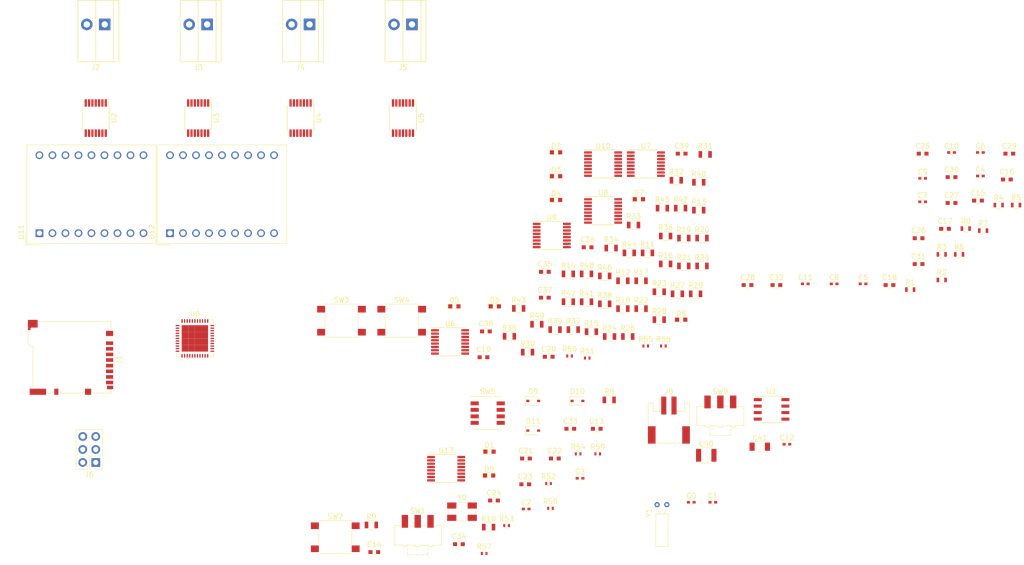
<source format=kicad_pcb>
(kicad_pcb (version 20171130) (host pcbnew "(5.0-dev-4115-gdd04bcb)")
  (layers (0 F.Cu signal) (1 In1.Cu power) (2 In2.Cu power) (31 B.Cu signal) (34 B.Paste user) (35 F.Paste user) (36 B.SilkS user) (37 F.SilkS user) (38 B.Mask user) (39 F.Mask user) (44 Edge.Cuts user))
  (net 0 "")
  (net 1 /CLK2/TOSC1)
  (net 2 GND)
  (net 3 /CLK2/TOSC2)
  (net 4 "Net-(C2-Pad1)")
  (net 5 "Net-(C3-Pad1)")
  (net 6 "Net-(C15-Pad1)")
  (net 7 "Net-(C15-Pad2)")
  (net 8 "Net-(C16-Pad1)")
  (net 9 "Net-(C16-Pad2)")
  (net 10 "Net-(C17-Pad1)")
  (net 11 "Net-(C17-Pad2)")
  (net 12 "Net-(C10-Pad2)")
  (net 13 "Net-(C11-Pad1)")
  (net 14 "Net-(C12-Pad2)")
  (net 15 +3V3)
  (net 16 "Net-(C13-Pad1)")
  (net 17 RESET)
  (net 18 SC)
  (net 19 DD)
  (net 20 CM)
  (net 21 /Thermocouple/VCC2)
  (net 22 /Thermocouple/VCC3)
  (net 23 /Thermocouple/VCC4)
  (net 24 DEBUG)
  (net 25 +5V)
  (net 26 "Net-(D0-Pad1)")
  (net 27 "Net-(D1-Pad2)")
  (net 28 "Net-(D1-Pad1)")
  (net 29 "Net-(D2-Pad1)")
  (net 30 "Net-(D3-Pad1)")
  (net 31 "Net-(D4-Pad1)")
  (net 32 "Net-(D5-Pad1)")
  (net 33 "Net-(D6-Pad1)")
  (net 34 "Net-(D7-Pad1)")
  (net 35 "Net-(D8-Pad1)")
  (net 36 MISO1)
  (net 37 "Net-(J0-Pad2)")
  (net 38 MOSI1)
  (net 39 SCK1)
  (net 40 CS5)
  (net 41 "Net-(J2-Pad1)")
  (net 42 "Net-(J2-Pad2)")
  (net 43 "Net-(J3-Pad2)")
  (net 44 "Net-(J3-Pad1)")
  (net 45 "Net-(J4-Pad2)")
  (net 46 "Net-(J4-Pad1)")
  (net 47 "Net-(J5-Pad1)")
  (net 48 "Net-(J5-Pad2)")
  (net 49 "Net-(J6-Pad5)")
  (net 50 "Net-(J6-Pad4)")
  (net 51 "Net-(J6-Pad3)")
  (net 52 "Net-(R9-Pad1)")
  (net 53 "Net-(R11-Pad1)")
  (net 54 "Net-(R11-Pad2)")
  (net 55 "Net-(R12-Pad2)")
  (net 56 "Net-(R12-Pad1)")
  (net 57 "Net-(R13-Pad2)")
  (net 58 "Net-(R13-Pad1)")
  (net 59 "Net-(R14-Pad2)")
  (net 60 "Net-(R14-Pad1)")
  (net 61 "Net-(R15-Pad2)")
  (net 62 "Net-(R15-Pad1)")
  (net 63 "Net-(R16-Pad1)")
  (net 64 "Net-(R16-Pad2)")
  (net 65 "Net-(R17-Pad1)")
  (net 66 "Net-(R17-Pad2)")
  (net 67 "Net-(R18-Pad1)")
  (net 68 "Net-(R18-Pad2)")
  (net 69 "Net-(R19-Pad1)")
  (net 70 "Net-(R19-Pad2)")
  (net 71 "Net-(R20-Pad2)")
  (net 72 "Net-(R20-Pad1)")
  (net 73 "Net-(R21-Pad1)")
  (net 74 "Net-(R21-Pad2)")
  (net 75 "Net-(R22-Pad1)")
  (net 76 "Net-(R22-Pad2)")
  (net 77 "Net-(R23-Pad2)")
  (net 78 "Net-(R23-Pad1)")
  (net 79 "Net-(R24-Pad1)")
  (net 80 "Net-(R24-Pad2)")
  (net 81 "Net-(R25-Pad1)")
  (net 82 "Net-(R25-Pad2)")
  (net 83 "Net-(R26-Pad2)")
  (net 84 "Net-(R26-Pad1)")
  (net 85 "Net-(R27-Pad2)")
  (net 86 "Net-(R27-Pad1)")
  (net 87 "Net-(R28-Pad1)")
  (net 88 "Net-(R28-Pad2)")
  (net 89 "Net-(R29-Pad2)")
  (net 90 "Net-(R29-Pad1)")
  (net 91 "Net-(R30-Pad1)")
  (net 92 "Net-(R30-Pad2)")
  (net 93 "Net-(R31-Pad2)")
  (net 94 "Net-(R31-Pad1)")
  (net 95 "Net-(R32-Pad1)")
  (net 96 "Net-(R32-Pad2)")
  (net 97 "Net-(R33-Pad2)")
  (net 98 "Net-(R33-Pad1)")
  (net 99 "Net-(R34-Pad1)")
  (net 100 "Net-(R34-Pad2)")
  (net 101 "Net-(R35-Pad2)")
  (net 102 "Net-(R35-Pad1)")
  (net 103 "Net-(R36-Pad2)")
  (net 104 "Net-(R36-Pad1)")
  (net 105 "Net-(R37-Pad1)")
  (net 106 "Net-(R37-Pad2)")
  (net 107 "Net-(R38-Pad2)")
  (net 108 "Net-(R38-Pad1)")
  (net 109 "Net-(R39-Pad1)")
  (net 110 "Net-(R39-Pad2)")
  (net 111 "Net-(R40-Pad2)")
  (net 112 "Net-(R40-Pad1)")
  (net 113 "Net-(R41-Pad1)")
  (net 114 "Net-(R41-Pad2)")
  (net 115 "Net-(R42-Pad1)")
  (net 116 "Net-(R42-Pad2)")
  (net 117 "Net-(R43-Pad2)")
  (net 118 "Net-(R44-Pad2)")
  (net 119 "Net-(R45-Pad2)")
  (net 120 "Net-(R46-Pad2)")
  (net 121 "Net-(R47-Pad2)")
  (net 122 "Net-(R48-Pad2)")
  (net 123 "Net-(R49-Pad2)")
  (net 124 "Net-(R50-Pad1)")
  (net 125 "Net-(R51-Pad1)")
  (net 126 RCLK)
  (net 127 SRCLK)
  (net 128 SER)
  (net 129 DRDY1)
  (net 130 CS1)
  (net 131 CS3)
  (net 132 FAULT3)
  (net 133 DRDY3)
  (net 134 CS2)
  (net 135 FAULT2)
  (net 136 DRDY2)
  (net 137 CS4)
  (net 138 FAULT4)
  (net 139 DRDY4)
  (net 140 SCK2)
  (net 141 MOSI2)
  (net 142 MISO2)
  (net 143 QH1)
  (net 144 QH2)
  (net 145 QH3)
  (net 146 QH4)
  (module Capacitors_SMD:C_0402 (layer F.Cu) (at 201.298333 115.0975)
    (fp_text reference C0 (at 0 -1.27) (layer F.SilkS))
    (fp_text value 14pF)
    (pad 1 smd rect (at -0.55 0) (size 0.6 0.5) (layers F.Cu F.Paste F.Mask) (net 1 /CLK2/TOSC1))
    (pad 2 smd rect (at 0.55 0) (size 0.6 0.5) (layers F.Cu F.Paste F.Mask) (net 2 GND))
  )
  (module Capacitors_SMD:C_0402 (layer F.Cu) (at 205.508333 115.0975)
    (fp_text reference C1 (at 0 -1.27) (layer F.SilkS))
    (fp_text value 14pF)
    (pad 2 smd rect (at 0.55 0) (size 0.6 0.5) (layers F.Cu F.Paste F.Mask) (net 3 /CLK2/TOSC2))
    (pad 1 smd rect (at -0.55 0) (size 0.6 0.5) (layers F.Cu F.Paste F.Mask) (net 2 GND))
  )
  (module Capacitors_SMD:C_0402 (layer F.Cu) (at 169.058333 116.4075)
    (fp_text reference C2 (at 0 -1.27) (layer F.SilkS))
    (fp_text value 18pF)
    (pad 2 smd rect (at 0.55 0) (size 0.6 0.5) (layers F.Cu F.Paste F.Mask) (net 2 GND))
    (pad 1 smd rect (at -0.55 0) (size 0.6 0.5) (layers F.Cu F.Paste F.Mask) (net 4 "Net-(C2-Pad1)"))
  )
  (module Capacitors_SMD:C_0402 (layer F.Cu) (at 179.578333 110.4075)
    (fp_text reference C3 (at 0 -1.27) (layer F.SilkS))
    (fp_text value 18pF)
    (pad 1 smd rect (at -0.55 0) (size 0.6 0.5) (layers F.Cu F.Paste F.Mask) (net 5 "Net-(C3-Pad1)"))
    (pad 2 smd rect (at 0.55 0) (size 0.6 0.5) (layers F.Cu F.Paste F.Mask) (net 2 GND))
  )
  (module Capacitors_SMD:C_0402 (layer F.Cu) (at 257.762619 51.3175)
    (fp_text reference C4 (at 0 -1.27) (layer F.SilkS))
    (fp_text value 0.01uF)
    (pad 2 smd rect (at 0.55 0) (size 0.6 0.5) (layers F.Cu F.Paste F.Mask) (net 6 "Net-(C15-Pad1)"))
    (pad 1 smd rect (at -0.55 0) (size 0.6 0.5) (layers F.Cu F.Paste F.Mask) (net 2 GND))
  )
  (module Capacitors_SMD:C_0402 (layer F.Cu) (at 234.842619 72.4075)
    (fp_text reference C5 (at 0 -1.27) (layer F.SilkS))
    (fp_text value 0.01uF)
    (pad 1 smd rect (at -0.55 0) (size 0.6 0.5) (layers F.Cu F.Paste F.Mask) (net 7 "Net-(C15-Pad2)"))
    (pad 2 smd rect (at 0.55 0) (size 0.6 0.5) (layers F.Cu F.Paste F.Mask) (net 2 GND))
  )
  (module Capacitors_SMD:C_0402 (layer F.Cu) (at 257.762619 46.7275)
    (fp_text reference C6 (at 0 -1.27) (layer F.SilkS))
    (fp_text value 0.01uF)
    (pad 2 smd rect (at 0.55 0) (size 0.6 0.5) (layers F.Cu F.Paste F.Mask) (net 8 "Net-(C16-Pad1)"))
    (pad 1 smd rect (at -0.55 0) (size 0.6 0.5) (layers F.Cu F.Paste F.Mask) (net 2 GND))
  )
  (module Capacitors_SMD:C_0402 (layer F.Cu) (at 246.482619 56.3675)
    (fp_text reference C7 (at 0 -1.27) (layer F.SilkS))
    (fp_text value 0.01uF)
    (pad 1 smd rect (at -0.55 0) (size 0.6 0.5) (layers F.Cu F.Paste F.Mask) (net 9 "Net-(C16-Pad2)"))
    (pad 2 smd rect (at 0.55 0) (size 0.6 0.5) (layers F.Cu F.Paste F.Mask) (net 2 GND))
  )
  (module Capacitors_SMD:C_0402 (layer F.Cu) (at 229.202619 72.4075)
    (fp_text reference C8 (at 0 -1.27) (layer F.SilkS))
    (fp_text value 0.01uF)
    (pad 2 smd rect (at 0.55 0) (size 0.6 0.5) (layers F.Cu F.Paste F.Mask) (net 10 "Net-(C17-Pad1)"))
    (pad 1 smd rect (at -0.55 0) (size 0.6 0.5) (layers F.Cu F.Paste F.Mask) (net 2 GND))
  )
  (module Capacitors_SMD:C_0402 (layer F.Cu) (at 246.482619 51.7775)
    (fp_text reference C9 (at 0 -1.27) (layer F.SilkS))
    (fp_text value 0.01uF)
    (pad 1 smd rect (at -0.55 0) (size 0.6 0.5) (layers F.Cu F.Paste F.Mask) (net 11 "Net-(C17-Pad2)"))
    (pad 2 smd rect (at 0.55 0) (size 0.6 0.5) (layers F.Cu F.Paste F.Mask) (net 2 GND))
  )
  (module Capacitors_SMD:C_0402 (layer F.Cu) (at 252.122619 46.7275)
    (fp_text reference C10 (at 0 -1.27) (layer F.SilkS))
    (fp_text value 0.01uF)
    (pad 1 smd rect (at -0.55 0) (size 0.6 0.5) (layers F.Cu F.Paste F.Mask) (net 2 GND))
    (pad 2 smd rect (at 0.55 0) (size 0.6 0.5) (layers F.Cu F.Paste F.Mask) (net 12 "Net-(C10-Pad2)"))
  )
  (module Capacitors_SMD:C_0402 (layer F.Cu) (at 223.562619 72.4075)
    (fp_text reference C11 (at 0 -1.27) (layer F.SilkS))
    (fp_text value 0.01uF)
    (pad 2 smd rect (at 0.55 0) (size 0.6 0.5) (layers F.Cu F.Paste F.Mask) (net 2 GND))
    (pad 1 smd rect (at -0.55 0) (size 0.6 0.5) (layers F.Cu F.Paste F.Mask) (net 13 "Net-(C11-Pad1)"))
  )
  (module Capacitors_SMD:C_0402 (layer F.Cu) (at 219.972619 103.7575)
    (fp_text reference C12 (at 0 -1.27) (layer F.SilkS))
    (fp_text value 0.01uF)
    (pad 2 smd rect (at 0.55 0) (size 0.6 0.5) (layers F.Cu F.Paste F.Mask) (net 14 "Net-(C12-Pad2)"))
    (pad 1 smd rect (at -0.55 0) (size 0.6 0.5) (layers F.Cu F.Paste F.Mask) (net 15 +3V3))
  )
  (module Capacitors_SMD:C_0603 (layer F.Cu) (at 182.836428 100.7375)
    (fp_text reference C13 (at 0 -1.5) (layer F.SilkS))
    (fp_text value 0.1uF)
    (pad 1 smd rect (at -0.75 0) (size 0.8 0.75) (layers F.Cu F.Paste F.Mask) (net 16 "Net-(C13-Pad1)"))
    (pad 2 smd rect (at 0.75 0) (size 0.8 0.75) (layers F.Cu F.Paste F.Mask) (net 2 GND))
  )
  (module Capacitors_SMD:C_0603 (layer F.Cu) (at 139.396428 124.8375)
    (fp_text reference C14 (at 0 -1.5) (layer F.SilkS))
    (fp_text value 0.1uF)
    (pad 1 smd rect (at -0.75 0) (size 0.8 0.75) (layers F.Cu F.Paste F.Mask) (net 2 GND))
    (pad 2 smd rect (at 0.75 0) (size 0.8 0.75) (layers F.Cu F.Paste F.Mask) (net 17 RESET))
  )
  (module Capacitors_SMD:C_0603 (layer F.Cu) (at 257.286428 56.1375)
    (fp_text reference C15 (at 0 -1.5) (layer F.SilkS))
    (fp_text value 0.1uF)
    (pad 2 smd rect (at 0.75 0) (size 0.8 0.75) (layers F.Cu F.Paste F.Mask) (net 7 "Net-(C15-Pad2)"))
    (pad 1 smd rect (at -0.75 0) (size 0.8 0.75) (layers F.Cu F.Paste F.Mask) (net 6 "Net-(C15-Pad1)"))
  )
  (module Capacitors_SMD:C_0603 (layer F.Cu) (at 262.926428 52.0075)
    (fp_text reference C16 (at 0 -1.5) (layer F.SilkS))
    (fp_text value 0.1uF)
    (pad 2 smd rect (at 0.75 0) (size 0.8 0.75) (layers F.Cu F.Paste F.Mask) (net 9 "Net-(C16-Pad2)"))
    (pad 1 smd rect (at -0.75 0) (size 0.8 0.75) (layers F.Cu F.Paste F.Mask) (net 8 "Net-(C16-Pad1)"))
  )
  (module Capacitors_SMD:C_0603 (layer F.Cu) (at 250.846428 61.6475)
    (fp_text reference C17 (at 0 -1.5) (layer F.SilkS))
    (fp_text value 0.1uF)
    (pad 1 smd rect (at -0.75 0) (size 0.8 0.75) (layers F.Cu F.Paste F.Mask) (net 10 "Net-(C17-Pad1)"))
    (pad 2 smd rect (at 0.75 0) (size 0.8 0.75) (layers F.Cu F.Paste F.Mask) (net 11 "Net-(C17-Pad2)"))
  )
  (module Capacitors_SMD:C_0603 (layer F.Cu) (at 240.006428 72.6375)
    (fp_text reference C18 (at 0 -1.5) (layer F.SilkS))
    (fp_text value 0.1uF)
    (pad 1 smd rect (at -0.75 0) (size 0.8 0.75) (layers F.Cu F.Paste F.Mask) (net 12 "Net-(C10-Pad2)"))
    (pad 2 smd rect (at 0.75 0) (size 0.8 0.75) (layers F.Cu F.Paste F.Mask) (net 13 "Net-(C11-Pad1)"))
  )
  (module Capacitors_SMD:C_0603 (layer F.Cu) (at 160.716428 86.7575)
    (fp_text reference C19 (at 0 -1.5) (layer F.SilkS))
    (fp_text value 0.1uF)
    (pad 2 smd rect (at 0.75 0) (size 0.8 0.75) (layers F.Cu F.Paste F.Mask) (net 18 SC))
    (pad 1 smd rect (at -0.75 0) (size 0.8 0.75) (layers F.Cu F.Paste F.Mask) (net 19 DD))
  )
  (module Capacitors_SMD:C_0603 (layer F.Cu) (at 173.456428 86.6575)
    (fp_text reference C20 (at 0 -1.5) (layer F.SilkS))
    (fp_text value 0.1uF)
    (pad 1 smd rect (at -0.75 0) (size 0.8 0.75) (layers F.Cu F.Paste F.Mask) (net 19 DD))
    (pad 2 smd rect (at 0.75 0) (size 0.8 0.75) (layers F.Cu F.Paste F.Mask) (net 20 CM))
  )
  (module Capacitors_SMD:C_0603 (layer F.Cu) (at 169.012619 106.5375)
    (fp_text reference C21 (at 0 -1.5) (layer F.SilkS))
    (fp_text value 0.33uF)
    (pad 1 smd rect (at -0.75 0) (size 0.8 0.75) (layers F.Cu F.Paste F.Mask) (net 15 +3V3))
    (pad 2 smd rect (at 0.75 0) (size 0.8 0.75) (layers F.Cu F.Paste F.Mask) (net 2 GND))
  )
  (module Capacitors_SMD:C_0603 (layer F.Cu) (at 174.652619 106.5375)
    (fp_text reference C22 (at 0 -1.5) (layer F.SilkS))
    (fp_text value 0.33uF)
    (pad 1 smd rect (at -0.75 0) (size 0.8 0.75) (layers F.Cu F.Paste F.Mask) (net 2 GND))
    (pad 2 smd rect (at 0.75 0) (size 0.8 0.75) (layers F.Cu F.Paste F.Mask) (net 15 +3V3))
  )
  (module Capacitors_SMD:C_0603 (layer F.Cu) (at 168.872619 111.5875)
    (fp_text reference C23 (at 0 -1.5) (layer F.SilkS))
    (fp_text value 0.33uF)
    (pad 2 smd rect (at 0.75 0) (size 0.8 0.75) (layers F.Cu F.Paste F.Mask) (net 2 GND))
    (pad 1 smd rect (at -0.75 0) (size 0.8 0.75) (layers F.Cu F.Paste F.Mask) (net 15 +3V3))
  )
  (module Capacitors_SMD:C_0603 (layer F.Cu) (at 162.772619 114.7575)
    (fp_text reference C24 (at 0 -1.5) (layer F.SilkS))
    (fp_text value 0.33uF)
    (pad 1 smd rect (at -0.75 0) (size 0.8 0.75) (layers F.Cu F.Paste F.Mask) (net 2 GND))
    (pad 2 smd rect (at 0.75 0) (size 0.8 0.75) (layers F.Cu F.Paste F.Mask) (net 15 +3V3))
  )
  (module Capacitors_SMD:C_0603 (layer F.Cu) (at 246.482619 46.9575)
    (fp_text reference C25 (at 0 -1.5) (layer F.SilkS))
    (fp_text value 0.33uF)
    (pad 1 smd rect (at -0.75 0) (size 0.8 0.75) (layers F.Cu F.Paste F.Mask) (net 15 +3V3))
    (pad 2 smd rect (at 0.75 0) (size 0.8 0.75) (layers F.Cu F.Paste F.Mask) (net 2 GND))
  )
  (module Capacitors_SMD:C_0603 (layer F.Cu) (at 245.682619 63.4875)
    (fp_text reference C26 (at 0 -1.5) (layer F.SilkS))
    (fp_text value 0.33uF)
    (pad 2 smd rect (at 0.75 0) (size 0.8 0.75) (layers F.Cu F.Paste F.Mask) (net 2 GND))
    (pad 1 smd rect (at -0.75 0) (size 0.8 0.75) (layers F.Cu F.Paste F.Mask) (net 15 +3V3))
  )
  (module Capacitors_SMD:C_0603 (layer F.Cu) (at 252.122619 56.5975)
    (fp_text reference C27 (at 0 -1.5) (layer F.SilkS))
    (fp_text value 0.33uF)
    (pad 1 smd rect (at -0.75 0) (size 0.8 0.75) (layers F.Cu F.Paste F.Mask) (net 21 /Thermocouple/VCC2))
    (pad 2 smd rect (at 0.75 0) (size 0.8 0.75) (layers F.Cu F.Paste F.Mask) (net 2 GND))
  )
  (module Capacitors_SMD:C_0603 (layer F.Cu) (at 212.282619 72.6375)
    (fp_text reference C28 (at 0 -1.5) (layer F.SilkS))
    (fp_text value 0.33uF)
    (pad 2 smd rect (at 0.75 0) (size 0.8 0.75) (layers F.Cu F.Paste F.Mask) (net 2 GND))
    (pad 1 smd rect (at -0.75 0) (size 0.8 0.75) (layers F.Cu F.Paste F.Mask) (net 21 /Thermocouple/VCC2))
  )
  (module Capacitors_SMD:C_0603 (layer F.Cu) (at 263.402619 46.9575)
    (fp_text reference C29 (at 0 -1.5) (layer F.SilkS))
    (fp_text value 0.33uF)
    (pad 2 smd rect (at 0.75 0) (size 0.8 0.75) (layers F.Cu F.Paste F.Mask) (net 2 GND))
    (pad 1 smd rect (at -0.75 0) (size 0.8 0.75) (layers F.Cu F.Paste F.Mask) (net 22 /Thermocouple/VCC3))
  )
  (module Capacitors_SMD:C_0603 (layer F.Cu) (at 252.122619 51.5475)
    (fp_text reference C30 (at 0 -1.5) (layer F.SilkS))
    (fp_text value 0.33uF)
    (pad 1 smd rect (at -0.75 0) (size 0.8 0.75) (layers F.Cu F.Paste F.Mask) (net 22 /Thermocouple/VCC3))
    (pad 2 smd rect (at 0.75 0) (size 0.8 0.75) (layers F.Cu F.Paste F.Mask) (net 2 GND))
  )
  (module Capacitors_SMD:C_0603 (layer F.Cu) (at 245.682619 68.5375)
    (fp_text reference C31 (at 0 -1.5) (layer F.SilkS))
    (fp_text value 0.33uF)
    (pad 2 smd rect (at 0.75 0) (size 0.8 0.75) (layers F.Cu F.Paste F.Mask) (net 2 GND))
    (pad 1 smd rect (at -0.75 0) (size 0.8 0.75) (layers F.Cu F.Paste F.Mask) (net 23 /Thermocouple/VCC4))
  )
  (module Capacitors_SMD:C_0603 (layer F.Cu) (at 217.922619 72.6375)
    (fp_text reference C32 (at 0 -1.5) (layer F.SilkS))
    (fp_text value 0.33uF)
    (pad 2 smd rect (at 0.75 0) (size 0.8 0.75) (layers F.Cu F.Paste F.Mask) (net 2 GND))
    (pad 1 smd rect (at -0.75 0) (size 0.8 0.75) (layers F.Cu F.Paste F.Mask) (net 23 /Thermocouple/VCC4))
  )
  (module Capacitors_SMD:C_0603 (layer F.Cu) (at 177.672619 100.7375)
    (fp_text reference C33 (at 0 -1.5) (layer F.SilkS))
    (fp_text value 0.33uF)
    (pad 2 smd rect (at 0.75 0) (size 0.8 0.75) (layers F.Cu F.Paste F.Mask) (net 24 DEBUG))
    (pad 1 smd rect (at -0.75 0) (size 0.8 0.75) (layers F.Cu F.Paste F.Mask) (net 2 GND))
  )
  (module Capacitors_SMD:C_0603 (layer F.Cu) (at 155.922619 123.2875)
    (fp_text reference C34 (at 0 -1.5) (layer F.SilkS))
    (fp_text value 0.33uF)
    (pad 2 smd rect (at 0.75 0) (size 0.8 0.75) (layers F.Cu F.Paste F.Mask) (net 15 +3V3))
    (pad 1 smd rect (at -0.75 0) (size 0.8 0.75) (layers F.Cu F.Paste F.Mask) (net 2 GND))
  )
  (module Capacitors_SMD:C_0603 (layer F.Cu) (at 172.702619 70.0575)
    (fp_text reference C35 (at 0 -1.5) (layer F.SilkS))
    (fp_text value 0.33uF)
    (pad 2 smd rect (at 0.75 0) (size 0.8 0.75) (layers F.Cu F.Paste F.Mask) (net 2 GND))
    (pad 1 smd rect (at -0.75 0) (size 0.8 0.75) (layers F.Cu F.Paste F.Mask) (net 19 DD))
  )
  (module Capacitors_SMD:C_0603 (layer F.Cu) (at 181.052619 65.2575)
    (fp_text reference C36 (at 0 -1.5) (layer F.SilkS))
    (fp_text value 0.33uF)
    (pad 1 smd rect (at -0.75 0) (size 0.8 0.75) (layers F.Cu F.Paste F.Mask) (net 19 DD))
    (pad 2 smd rect (at 0.75 0) (size 0.8 0.75) (layers F.Cu F.Paste F.Mask) (net 2 GND))
  )
  (module Capacitors_SMD:C_0603 (layer F.Cu) (at 172.702619 75.1075)
    (fp_text reference C37 (at 0 -1.5) (layer F.SilkS))
    (fp_text value 0.33uF)
    (pad 1 smd rect (at -0.75 0) (size 0.8 0.75) (layers F.Cu F.Paste F.Mask) (net 19 DD))
    (pad 2 smd rect (at 0.75 0) (size 0.8 0.75) (layers F.Cu F.Paste F.Mask) (net 2 GND))
  )
  (module Capacitors_SMD:C_0603 (layer F.Cu) (at 161.192619 81.7075)
    (fp_text reference C38 (at 0 -1.5) (layer F.SilkS))
    (fp_text value 0.33uF)
    (pad 2 smd rect (at 0.75 0) (size 0.8 0.75) (layers F.Cu F.Paste F.Mask) (net 2 GND))
    (pad 1 smd rect (at -0.75 0) (size 0.8 0.75) (layers F.Cu F.Paste F.Mask) (net 19 DD))
  )
  (module Capacitors_SMD:C_0603 (layer F.Cu) (at 199.422619 46.9575)
    (fp_text reference C39 (at 0 -1.5) (layer F.SilkS))
    (fp_text value 0.33uF)
    (pad 1 smd rect (at -0.75 0) (size 0.8 0.75) (layers F.Cu F.Paste F.Mask) (net 19 DD))
    (pad 2 smd rect (at 0.75 0) (size 0.8 0.75) (layers F.Cu F.Paste F.Mask) (net 2 GND))
  )
  (module Capacitors_SMD:C_1210 (layer F.Cu) (at 204.225001 105.9175)
    (fp_text reference C40 (at 0 -2.25) (layer F.SilkS))
    (fp_text value 10uF)
    (pad 2 smd rect (at 1.5 0) (size 1 2.5) (layers F.Cu F.Paste F.Mask) (net 2 GND))
    (pad 1 smd rect (at -1.5 0) (size 1 2.5) (layers F.Cu F.Paste F.Mask) (net 25 +5V))
  )
  (module Capacitors_SMD:C_1206 (layer F.Cu) (at 214.675001 104.2375)
    (fp_text reference C41 (at 0 -1.75) (layer F.SilkS))
    (fp_text value 22uf)
    (pad 2 smd rect (at 1.5 0) (size 1 1.6) (layers F.Cu F.Paste F.Mask) (net 2 GND))
    (pad 1 smd rect (at -1.5 0) (size 1 1.6) (layers F.Cu F.Paste F.Mask) (net 15 +3V3))
  )
  (module LEDs:LED_0603 (layer F.Cu) (at 161.827381 109.8575)
    (fp_text reference D0 (at 0 -1.25) (layer F.SilkS))
    (fp_text value "LED Power")
    (pad 1 smd rect (at -0.8 0 180) (size 0.8 0.8) (layers F.Cu F.Paste F.Mask) (net 26 "Net-(D0-Pad1)"))
    (pad 2 smd rect (at 0.8 0 180) (size 0.8 0.8) (layers F.Cu F.Paste F.Mask) (net 24 DEBUG))
  )
  (module LEDs:LED_0603 (layer F.Cu) (at 161.898809 105.2075)
    (fp_text reference D1 (at 0 -1.25) (layer F.SilkS))
    (fp_text value "LED Debug")
    (pad 2 smd rect (at 0.8 0 180) (size 0.8 0.8) (layers F.Cu F.Paste F.Mask) (net 27 "Net-(D1-Pad2)"))
    (pad 1 smd rect (at -0.8 0 180) (size 0.8 0.8) (layers F.Cu F.Paste F.Mask) (net 28 "Net-(D1-Pad1)"))
  )
  (module LEDs:LED_0603 (layer F.Cu) (at 174.893095 46.7075)
    (fp_text reference D2 (at 0 -1.25) (layer F.SilkS))
    (fp_text value "LED Probe 1")
    (pad 1 smd rect (at -0.8 0 180) (size 0.8 0.8) (layers F.Cu F.Paste F.Mask) (net 29 "Net-(D2-Pad1)"))
    (pad 2 smd rect (at 0.8 0 180) (size 0.8 0.8) (layers F.Cu F.Paste F.Mask) (net 19 DD))
  )
  (module LEDs:LED_0603 (layer F.Cu) (at 174.893095 51.3575)
    (fp_text reference D3 (at 0 -1.25) (layer F.SilkS))
    (fp_text value "LED Probe 2")
    (pad 2 smd rect (at 0.8 0 180) (size 0.8 0.8) (layers F.Cu F.Paste F.Mask) (net 19 DD))
    (pad 1 smd rect (at -0.8 0 180) (size 0.8 0.8) (layers F.Cu F.Paste F.Mask) (net 30 "Net-(D3-Pad1)"))
  )
  (module LEDs:LED_0603 (layer F.Cu) (at 174.893095 56.0075)
    (fp_text reference D4 (at 0 -1.25) (layer F.SilkS))
    (fp_text value "LED Probe 3")
    (pad 1 smd rect (at -0.8 0 180) (size 0.8 0.8) (layers F.Cu F.Paste F.Mask) (net 31 "Net-(D4-Pad1)"))
    (pad 2 smd rect (at 0.8 0 180) (size 0.8 0.8) (layers F.Cu F.Paste F.Mask) (net 19 DD))
  )
  (module LEDs:LED_0603 (layer F.Cu) (at 155.033095 76.8075)
    (fp_text reference D5 (at 0 -1.25) (layer F.SilkS))
    (fp_text value "LED Probe 4")
    (pad 2 smd rect (at 0.8 0 180) (size 0.8 0.8) (layers F.Cu F.Paste F.Mask) (net 19 DD))
    (pad 1 smd rect (at -0.8 0 180) (size 0.8 0.8) (layers F.Cu F.Paste F.Mask) (net 32 "Net-(D5-Pad1)"))
  )
  (module LEDs:LED_0603 (layer F.Cu) (at 162.934047 76.8075)
    (fp_text reference D6 (at 0 -1.25) (layer F.SilkS))
    (fp_text value "LED °C")
    (pad 1 smd rect (at -0.8 0 180) (size 0.8 0.8) (layers F.Cu F.Paste F.Mask) (net 33 "Net-(D6-Pad1)"))
    (pad 2 smd rect (at 0.8 0 180) (size 0.8 0.8) (layers F.Cu F.Paste F.Mask) (net 19 DD))
  )
  (module LEDs:LED_0603 (layer F.Cu) (at 191.072619 55.8575)
    (fp_text reference D7 (at 0 -1.25) (layer F.SilkS))
    (fp_text value "LED °F")
    (pad 2 smd rect (at 0.8 0 180) (size 0.8 0.8) (layers F.Cu F.Paste F.Mask) (net 19 DD))
    (pad 1 smd rect (at -0.8 0 180) (size 0.8 0.8) (layers F.Cu F.Paste F.Mask) (net 34 "Net-(D7-Pad1)"))
  )
  (module LEDs:LED_0603 (layer F.Cu) (at 199.333095 79.4075)
    (fp_text reference D8 (at 0 -1.25) (layer F.SilkS))
    (fp_text value "LED K")
    (pad 1 smd rect (at -0.8 0 180) (size 0.8 0.8) (layers F.Cu F.Paste F.Mask) (net 35 "Net-(D8-Pad1)"))
    (pad 2 smd rect (at 0.8 0 180) (size 0.8 0.8) (layers F.Cu F.Paste F.Mask) (net 19 DD))
  )
  (module Diodes_SMD:D_SOD-323 (layer F.Cu) (at 170.432619 95.2875)
    (fp_text reference D9 (at 0 -1.85) (layer F.SilkS))
    (fp_text value D_Schottky)
    (pad 1 smd rect (at -1.05 0) (size 0.6 0.45) (layers F.Cu F.Paste F.Mask) (net 15 +3V3))
    (pad 2 smd rect (at 1.05 0) (size 0.6 0.45) (layers F.Cu F.Paste F.Mask) (net 36 MISO1))
  )
  (module Diodes_SMD:D_SOD-323 (layer F.Cu) (at 179.072619 95.2875)
    (fp_text reference D10 (at 0 -1.85) (layer F.SilkS))
    (fp_text value D_Schottky)
    (pad 2 smd rect (at 1.05 0) (size 0.6 0.45) (layers F.Cu F.Paste F.Mask) (net 2 GND))
    (pad 1 smd rect (at -1.05 0) (size 0.6 0.45) (layers F.Cu F.Paste F.Mask) (net 36 MISO1))
  )
  (module Diodes_SMD:D_SOD-323 (layer F.Cu) (at 170.432619 101.0875)
    (fp_text reference D11 (at 0 -1.85) (layer F.SilkS))
    (fp_text value D_Schottky)
    (pad 2 smd rect (at 1.05 0) (size 0.6 0.45) (layers F.Cu F.Paste F.Mask) (net 17 RESET))
    (pad 1 smd rect (at -1.05 0) (size 0.6 0.45) (layers F.Cu F.Paste F.Mask) (net 15 +3V3))
  )
  (module Connectors_JST:JST_PH_S2B-PH-SM4-TB_02x2.00mm_Angled (layer F.Cu) (at 196.925001 99.0625)
    (fp_text reference J0 (at 0 -5.625) (layer F.SilkS))
    (fp_text value Power)
    (pad "" smd rect (at 3.35 2.875) (size 1.5 3.4) (layers F.Cu F.Paste F.Mask))
    (pad "" smd rect (at -3.35 2.875) (size 1.5 3.4) (layers F.Cu F.Paste F.Mask))
    (pad 2 smd rect (at 1 -2.875) (size 1 3.5) (layers F.Cu F.Paste F.Mask) (net 37 "Net-(J0-Pad2)"))
    (pad 1 smd rect (at -1 -2.875) (size 1 3.5) (layers F.Cu F.Paste F.Mask) (net 2 GND))
  )
  (module Connectors_Card:Hirose_DM3BT-DSF-PEJS (layer F.Cu) (at 87 84 270)
    (fp_text reference J1 (at 3.2 -2.6 270) (layer F.SilkS))
    (fp_text value Micro_SD_Card_Det)
    (pad 11 smd rect (at -3.05 14.75 315) (size 0.2 0.2) (layers F.Cu F.Paste F.Mask) (net 2 GND))
    (pad 10 smd rect (at 9.5 9.7 270) (size 1.2 0.8) (layers F.Cu F.Paste F.Mask))
    (pad 11 smd rect (at -2.8 15 270) (size 0.5 0.5) (layers F.Cu F.Paste F.Mask) (net 2 GND))
    (pad 8 smd rect (at 7.7 -0.7 270) (size 0.7 1.4) (layers F.Cu F.Paste F.Mask) (net 38 MOSI1))
    (pad 7 smd rect (at 6.6 -0.7 270) (size 0.7 1.4) (layers F.Cu F.Paste F.Mask) (net 36 MISO1))
    (pad 6 smd rect (at 5.5 -0.7 270) (size 0.7 1.4) (layers F.Cu F.Paste F.Mask) (net 2 GND))
    (pad 5 smd rect (at 4.4 -0.7 270) (size 0.7 1.4) (layers F.Cu F.Paste F.Mask) (net 39 SCK1))
    (pad 4 smd rect (at 3.3 -0.7 270) (size 0.7 1.4) (layers F.Cu F.Paste F.Mask) (net 15 +3V3))
    (pad 3 smd rect (at 2.2 -0.7 270) (size 0.7 1.4) (layers F.Cu F.Paste F.Mask))
    (pad 2 smd rect (at 1.1 -0.7 270) (size 0.7 1.4) (layers F.Cu F.Paste F.Mask) (net 40 CS5))
    (pad 9 smd rect (at 8.65 -0.8 270) (size 0.7 1.2) (layers F.Cu F.Paste F.Mask))
    (pad 11 smd rect (at 9.5 13.3 270) (size 1.2 3.2) (layers F.Cu F.Paste F.Mask) (net 2 GND))
    (pad 11 smd rect (at 9.5 3.5 270) (size 1.2 1.2) (layers F.Cu F.Paste F.Mask) (net 2 GND))
    (pad 11 smd rect (at -1.9 -0.7 270) (size 1 1.4) (layers F.Cu F.Paste F.Mask) (net 2 GND))
    (pad 11 smd rect (at -3.8 14.3 270) (size 1.5 1.9) (layers F.Cu F.Paste F.Mask) (net 2 GND))
    (pad 1 smd rect (at 0 -0.7 270) (size 0.7 1.4) (layers F.Cu F.Paste F.Mask))
  )
  (module TerminalBlock-PTSA:TeaminalBlock_Phonix_PTSA-3.5mm_2pol (layer F.Cu) (at 85 30 180)
    (fp_text reference J2 (at 0 -0.1 180) (layer F.SilkS))
    (fp_text value "Probe 1")
    (pad 1 thru_hole rect (at -1.75 8.3 180) (size 2.25 2.25) (drill 1.25) (layers *.Cu *.Mask) (net 41 "Net-(J2-Pad1)"))
    (pad 2 thru_hole circle (at 1.75 8.3 180) (size 2.25 2.25) (drill 1.25) (layers *.Cu *.Mask) (net 42 "Net-(J2-Pad2)"))
  )
  (module TerminalBlock-PTSA:TeaminalBlock_Phonix_PTSA-3.5mm_2pol (layer F.Cu) (at 105 30 180)
    (fp_text reference J3 (at 0 -0.1 180) (layer F.SilkS))
    (fp_text value "Probe 2")
    (pad 2 thru_hole circle (at 1.75 8.3 180) (size 2.25 2.25) (drill 1.25) (layers *.Cu *.Mask) (net 43 "Net-(J3-Pad2)"))
    (pad 1 thru_hole rect (at -1.75 8.3 180) (size 2.25 2.25) (drill 1.25) (layers *.Cu *.Mask) (net 44 "Net-(J3-Pad1)"))
  )
  (module TerminalBlock-PTSA:TeaminalBlock_Phonix_PTSA-3.5mm_2pol (layer F.Cu) (at 125 30 180)
    (fp_text reference J4 (at 0 -0.1 180) (layer F.SilkS))
    (fp_text value "Probe 3")
    (pad 2 thru_hole circle (at 1.75 8.3 180) (size 2.25 2.25) (drill 1.25) (layers *.Cu *.Mask) (net 45 "Net-(J4-Pad2)"))
    (pad 1 thru_hole rect (at -1.75 8.3 180) (size 2.25 2.25) (drill 1.25) (layers *.Cu *.Mask) (net 46 "Net-(J4-Pad1)"))
  )
  (module TerminalBlock-PTSA:TeaminalBlock_Phonix_PTSA-3.5mm_2pol (layer F.Cu) (at 145 30 180)
    (fp_text reference J5 (at 0 -0.1 180) (layer F.SilkS))
    (fp_text value "Probe 4")
    (pad 1 thru_hole rect (at -1.75 8.3 180) (size 2.25 2.25) (drill 1.25) (layers *.Cu *.Mask) (net 47 "Net-(J5-Pad1)"))
    (pad 2 thru_hole circle (at 1.75 8.3 180) (size 2.25 2.25) (drill 1.25) (layers *.Cu *.Mask) (net 48 "Net-(J5-Pad2)"))
  )
  (module Pin_Headers:Pin_Header_Straight_2x03_Pitch2.54mm (layer F.Cu) (at 85 107.3175 180)
    (fp_text reference J6 (at 1.27 -2.33 180) (layer F.SilkS))
    (fp_text value ISP)
    (pad 6 thru_hole oval (at 2.54 5.08 180) (size 1.7 1.7) (drill 1) (layers *.Cu *.Mask) (net 2 GND))
    (pad 5 thru_hole oval (at 0 5.08 180) (size 1.7 1.7) (drill 1) (layers *.Cu *.Mask) (net 49 "Net-(J6-Pad5)"))
    (pad 4 thru_hole oval (at 2.54 2.54 180) (size 1.7 1.7) (drill 1) (layers *.Cu *.Mask) (net 50 "Net-(J6-Pad4)"))
    (pad 3 thru_hole oval (at 0 2.54 180) (size 1.7 1.7) (drill 1) (layers *.Cu *.Mask) (net 51 "Net-(J6-Pad3)"))
    (pad 2 thru_hole oval (at 2.54 0 180) (size 1.7 1.7) (drill 1) (layers *.Cu *.Mask) (net 25 +5V))
    (pad 1 thru_hole rect (at 0 0 180) (size 1.7 1.7) (drill 1) (layers *.Cu *.Mask) (net 36 MISO1))
  )
  (module Resistors_SMD:R_0603 (layer F.Cu) (at 254.893571 61.5975)
    (fp_text reference R0 (at 0 -1.45) (layer F.SilkS))
    (fp_text value 100)
    (pad 1 smd rect (at -0.75 0) (size 0.5 0.9) (layers F.Cu F.Paste F.Mask) (net 6 "Net-(C15-Pad1)"))
    (pad 2 smd rect (at 0.75 0) (size 0.5 0.9) (layers F.Cu F.Paste F.Mask) (net 42 "Net-(J2-Pad2)"))
  )
  (module Resistors_SMD:R_0603 (layer F.Cu) (at 244.053571 73.5375)
    (fp_text reference R1 (at 0 -1.45) (layer F.SilkS))
    (fp_text value 100)
    (pad 2 smd rect (at 0.75 0) (size 0.5 0.9) (layers F.Cu F.Paste F.Mask) (net 41 "Net-(J2-Pad1)"))
    (pad 1 smd rect (at -0.75 0) (size 0.5 0.9) (layers F.Cu F.Paste F.Mask) (net 7 "Net-(C15-Pad2)"))
  )
  (module Resistors_SMD:R_0603 (layer F.Cu) (at 250.203571 71.6475)
    (fp_text reference R2 (at 0 -1.45) (layer F.SilkS))
    (fp_text value 100)
    (pad 1 smd rect (at -0.75 0) (size 0.5 0.9) (layers F.Cu F.Paste F.Mask) (net 8 "Net-(C16-Pad1)"))
    (pad 2 smd rect (at 0.75 0) (size 0.5 0.9) (layers F.Cu F.Paste F.Mask) (net 43 "Net-(J3-Pad2)"))
  )
  (module Resistors_SMD:R_0603 (layer F.Cu) (at 250.203571 66.6475)
    (fp_text reference R3 (at 0 -1.45) (layer F.SilkS))
    (fp_text value 100)
    (pad 2 smd rect (at 0.75 0) (size 0.5 0.9) (layers F.Cu F.Paste F.Mask) (net 44 "Net-(J3-Pad1)"))
    (pad 1 smd rect (at -0.75 0) (size 0.5 0.9) (layers F.Cu F.Paste F.Mask) (net 9 "Net-(C16-Pad2)"))
  )
  (module Resistors_SMD:R_0603 (layer F.Cu) (at 261.333571 57.0075)
    (fp_text reference R4 (at 0 -1.45) (layer F.SilkS))
    (fp_text value 100)
    (pad 1 smd rect (at -0.75 0) (size 0.5 0.9) (layers F.Cu F.Paste F.Mask) (net 10 "Net-(C17-Pad1)"))
    (pad 2 smd rect (at 0.75 0) (size 0.5 0.9) (layers F.Cu F.Paste F.Mask) (net 45 "Net-(J4-Pad2)"))
  )
  (module Resistors_SMD:R_0603 (layer F.Cu) (at 264.733571 57.0075)
    (fp_text reference R5 (at 0 -1.45) (layer F.SilkS))
    (fp_text value 100)
    (pad 2 smd rect (at 0.75 0) (size 0.5 0.9) (layers F.Cu F.Paste F.Mask) (net 46 "Net-(J4-Pad1)"))
    (pad 1 smd rect (at -0.75 0) (size 0.5 0.9) (layers F.Cu F.Paste F.Mask) (net 11 "Net-(C17-Pad2)"))
  )
  (module Resistors_SMD:R_0603 (layer F.Cu) (at 253.603571 66.6475)
    (fp_text reference R6 (at 0 -1.45) (layer F.SilkS))
    (fp_text value 100)
    (pad 2 smd rect (at 0.75 0) (size 0.5 0.9) (layers F.Cu F.Paste F.Mask) (net 48 "Net-(J5-Pad2)"))
    (pad 1 smd rect (at -0.75 0) (size 0.5 0.9) (layers F.Cu F.Paste F.Mask) (net 12 "Net-(C10-Pad2)"))
  )
  (module Resistors_SMD:R_0603 (layer F.Cu) (at 258.293571 62.0075)
    (fp_text reference R7 (at 0 -1.45) (layer F.SilkS))
    (fp_text value 100)
    (pad 1 smd rect (at -0.75 0) (size 0.5 0.9) (layers F.Cu F.Paste F.Mask) (net 13 "Net-(C11-Pad1)"))
    (pad 2 smd rect (at 0.75 0) (size 0.5 0.9) (layers F.Cu F.Paste F.Mask) (net 47 "Net-(J5-Pad1)"))
  )
  (module Resistors_SMD:R_0805 (layer F.Cu) (at 185.265001 95.0875)
    (fp_text reference R8 (at 0 -1.65) (layer F.SilkS))
    (fp_text value 200)
    (pad 1 smd rect (at -0.95 0) (size 0.7 1.3) (layers F.Cu F.Paste F.Mask) (net 2 GND))
    (pad 2 smd rect (at 0.95 0) (size 0.7 1.3) (layers F.Cu F.Paste F.Mask) (net 26 "Net-(D0-Pad1)"))
  )
  (module Resistors_SMD:R_0805 (layer F.Cu) (at 138.825001 119.5375)
    (fp_text reference R9 (at 0 -1.65) (layer F.SilkS))
    (fp_text value 200)
    (pad 2 smd rect (at 0.95 0) (size 0.7 1.3) (layers F.Cu F.Paste F.Mask) (net 17 RESET))
    (pad 1 smd rect (at -0.95 0) (size 0.7 1.3) (layers F.Cu F.Paste F.Mask) (net 52 "Net-(R9-Pad1)"))
  )
  (module Resistors_SMD:R_0805 (layer F.Cu) (at 161.725001 119.9575)
    (fp_text reference R10 (at 0 -1.65) (layer F.SilkS))
    (fp_text value 200)
    (pad 2 smd rect (at 0.95 0) (size 0.7 1.3) (layers F.Cu F.Paste F.Mask) (net 2 GND))
    (pad 1 smd rect (at -0.95 0) (size 0.7 1.3) (layers F.Cu F.Paste F.Mask) (net 28 "Net-(D1-Pad1)"))
  )
  (module Resistors_SMD:R_0805 (layer F.Cu) (at 192.745001 66.3575)
    (fp_text reference R11 (at 0 -1.65) (layer F.SilkS))
    (fp_text value 200)
    (pad 1 smd rect (at -0.95 0) (size 0.7 1.3) (layers F.Cu F.Paste F.Mask) (net 53 "Net-(R11-Pad1)"))
    (pad 2 smd rect (at 0.95 0) (size 0.7 1.3) (layers F.Cu F.Paste F.Mask) (net 54 "Net-(R11-Pad2)"))
  )
  (module Resistors_SMD:R_0805 (layer F.Cu) (at 187.945001 71.8075)
    (fp_text reference R12 (at 0 -1.65) (layer F.SilkS))
    (fp_text value 200)
    (pad 2 smd rect (at 0.95 0) (size 0.7 1.3) (layers F.Cu F.Paste F.Mask) (net 55 "Net-(R12-Pad2)"))
    (pad 1 smd rect (at -0.95 0) (size 0.7 1.3) (layers F.Cu F.Paste F.Mask) (net 56 "Net-(R12-Pad1)"))
  )
  (module Resistors_SMD:R_0805 (layer F.Cu) (at 202.765001 58.0075)
    (fp_text reference R13 (at 0 -1.65) (layer F.SilkS))
    (fp_text value 200)
    (pad 2 smd rect (at 0.95 0) (size 0.7 1.3) (layers F.Cu F.Paste F.Mask) (net 57 "Net-(R13-Pad2)"))
    (pad 1 smd rect (at -0.95 0) (size 0.7 1.3) (layers F.Cu F.Paste F.Mask) (net 58 "Net-(R13-Pad1)"))
  )
  (module Resistors_SMD:R_0805 (layer F.Cu) (at 177.295001 70.4575)
    (fp_text reference R14 (at 0 -1.65) (layer F.SilkS))
    (fp_text value 200)
    (pad 2 smd rect (at 0.95 0) (size 0.7 1.3) (layers F.Cu F.Paste F.Mask) (net 59 "Net-(R14-Pad2)"))
    (pad 1 smd rect (at -0.95 0) (size 0.7 1.3) (layers F.Cu F.Paste F.Mask) (net 60 "Net-(R14-Pad1)"))
  )
  (module Resistors_SMD:R_0805 (layer F.Cu) (at 181.795001 81.7575)
    (fp_text reference R15 (at 0 -1.65) (layer F.SilkS))
    (fp_text value 200)
    (pad 2 smd rect (at 0.95 0) (size 0.7 1.3) (layers F.Cu F.Paste F.Mask) (net 61 "Net-(R15-Pad2)"))
    (pad 1 smd rect (at -0.95 0) (size 0.7 1.3) (layers F.Cu F.Paste F.Mask) (net 62 "Net-(R15-Pad1)"))
  )
  (module Resistors_SMD:R_0805 (layer F.Cu) (at 196.295001 68.5075)
    (fp_text reference R16 (at 0 -1.65) (layer F.SilkS))
    (fp_text value 200)
    (pad 1 smd rect (at -0.95 0) (size 0.7 1.3) (layers F.Cu F.Paste F.Mask) (net 63 "Net-(R16-Pad1)"))
    (pad 2 smd rect (at 0.95 0) (size 0.7 1.3) (layers F.Cu F.Paste F.Mask) (net 64 "Net-(R16-Pad2)"))
  )
  (module Resistors_SMD:R_0805 (layer F.Cu) (at 191.495001 71.8075)
    (fp_text reference R17 (at 0 -1.65) (layer F.SilkS))
    (fp_text value 200)
    (pad 1 smd rect (at -0.95 0) (size 0.7 1.3) (layers F.Cu F.Paste F.Mask) (net 65 "Net-(R17-Pad1)"))
    (pad 2 smd rect (at 0.95 0) (size 0.7 1.3) (layers F.Cu F.Paste F.Mask) (net 66 "Net-(R17-Pad2)"))
  )
  (module Resistors_SMD:R_0805 (layer F.Cu) (at 187.945001 77.2575)
    (fp_text reference R18 (at 0 -1.65) (layer F.SilkS))
    (fp_text value 200)
    (pad 1 smd rect (at -0.95 0) (size 0.7 1.3) (layers F.Cu F.Paste F.Mask) (net 67 "Net-(R18-Pad1)"))
    (pad 2 smd rect (at 0.95 0) (size 0.7 1.3) (layers F.Cu F.Paste F.Mask) (net 68 "Net-(R18-Pad2)"))
  )
  (module Resistors_SMD:R_0805 (layer F.Cu) (at 199.845001 63.4575)
    (fp_text reference R19 (at 0 -1.65) (layer F.SilkS))
    (fp_text value 200)
    (pad 1 smd rect (at -0.95 0) (size 0.7 1.3) (layers F.Cu F.Paste F.Mask) (net 69 "Net-(R19-Pad1)"))
    (pad 2 smd rect (at 0.95 0) (size 0.7 1.3) (layers F.Cu F.Paste F.Mask) (net 70 "Net-(R19-Pad2)"))
  )
  (module Resistors_SMD:R_0805 (layer F.Cu) (at 203.395001 63.4575)
    (fp_text reference R20 (at 0 -1.65) (layer F.SilkS))
    (fp_text value 200)
    (pad 2 smd rect (at 0.95 0) (size 0.7 1.3) (layers F.Cu F.Paste F.Mask) (net 71 "Net-(R20-Pad2)"))
    (pad 1 smd rect (at -0.95 0) (size 0.7 1.3) (layers F.Cu F.Paste F.Mask) (net 72 "Net-(R20-Pad1)"))
  )
  (module Resistors_SMD:R_0805 (layer F.Cu) (at 199.845001 68.9075)
    (fp_text reference R21 (at 0 -1.65) (layer F.SilkS))
    (fp_text value 200)
    (pad 1 smd rect (at -0.95 0) (size 0.7 1.3) (layers F.Cu F.Paste F.Mask) (net 73 "Net-(R21-Pad1)"))
    (pad 2 smd rect (at 0.95 0) (size 0.7 1.3) (layers F.Cu F.Paste F.Mask) (net 74 "Net-(R21-Pad2)"))
  )
  (module Resistors_SMD:R_0805 (layer F.Cu) (at 191.495001 77.2575)
    (fp_text reference R22 (at 0 -1.65) (layer F.SilkS))
    (fp_text value 200)
    (pad 1 smd rect (at -0.95 0) (size 0.7 1.3) (layers F.Cu F.Paste F.Mask) (net 75 "Net-(R22-Pad1)"))
    (pad 2 smd rect (at 0.95 0) (size 0.7 1.3) (layers F.Cu F.Paste F.Mask) (net 76 "Net-(R22-Pad2)"))
  )
  (module Resistors_SMD:R_0805 (layer F.Cu) (at 195.045001 73.9575)
    (fp_text reference R23 (at 0 -1.65) (layer F.SilkS))
    (fp_text value 200)
    (pad 2 smd rect (at 0.95 0) (size 0.7 1.3) (layers F.Cu F.Paste F.Mask) (net 77 "Net-(R23-Pad2)"))
    (pad 1 smd rect (at -0.95 0) (size 0.7 1.3) (layers F.Cu F.Paste F.Mask) (net 78 "Net-(R23-Pad1)"))
  )
  (module Resistors_SMD:R_0805 (layer F.Cu) (at 185.345001 82.7075)
    (fp_text reference R24 (at 0 -1.65) (layer F.SilkS))
    (fp_text value 200)
    (pad 1 smd rect (at -0.95 0) (size 0.7 1.3) (layers F.Cu F.Paste F.Mask) (net 79 "Net-(R24-Pad1)"))
    (pad 2 smd rect (at 0.95 0) (size 0.7 1.3) (layers F.Cu F.Paste F.Mask) (net 80 "Net-(R24-Pad2)"))
  )
  (module Resistors_SMD:R_0805 (layer F.Cu) (at 203.395001 68.9075)
    (fp_text reference R25 (at 0 -1.65) (layer F.SilkS))
    (fp_text value 200)
    (pad 1 smd rect (at -0.95 0) (size 0.7 1.3) (layers F.Cu F.Paste F.Mask) (net 81 "Net-(R25-Pad1)"))
    (pad 2 smd rect (at 0.95 0) (size 0.7 1.3) (layers F.Cu F.Paste F.Mask) (net 82 "Net-(R25-Pad2)"))
  )
  (module Resistors_SMD:R_0805 (layer F.Cu) (at 188.895001 82.7075)
    (fp_text reference R26 (at 0 -1.65) (layer F.SilkS))
    (fp_text value 200)
    (pad 2 smd rect (at 0.95 0) (size 0.7 1.3) (layers F.Cu F.Paste F.Mask) (net 83 "Net-(R26-Pad2)"))
    (pad 1 smd rect (at -0.95 0) (size 0.7 1.3) (layers F.Cu F.Paste F.Mask) (net 84 "Net-(R26-Pad1)"))
  )
  (module Resistors_SMD:R_0805 (layer F.Cu) (at 198.595001 74.3575)
    (fp_text reference R27 (at 0 -1.65) (layer F.SilkS))
    (fp_text value 200)
    (pad 2 smd rect (at 0.95 0) (size 0.7 1.3) (layers F.Cu F.Paste F.Mask) (net 85 "Net-(R27-Pad2)"))
    (pad 1 smd rect (at -0.95 0) (size 0.7 1.3) (layers F.Cu F.Paste F.Mask) (net 86 "Net-(R27-Pad1)"))
  )
  (module Resistors_SMD:R_0805 (layer F.Cu) (at 195.045001 79.4075)
    (fp_text reference R28 (at 0 -1.65) (layer F.SilkS))
    (fp_text value 200)
    (pad 1 smd rect (at -0.95 0) (size 0.7 1.3) (layers F.Cu F.Paste F.Mask) (net 87 "Net-(R28-Pad1)"))
    (pad 2 smd rect (at 0.95 0) (size 0.7 1.3) (layers F.Cu F.Paste F.Mask) (net 88 "Net-(R28-Pad2)"))
  )
  (module Resistors_SMD:R_0805 (layer F.Cu) (at 202.145001 74.3575)
    (fp_text reference R29 (at 0 -1.65) (layer F.SilkS))
    (fp_text value 200)
    (pad 2 smd rect (at 0.95 0) (size 0.7 1.3) (layers F.Cu F.Paste F.Mask) (net 89 "Net-(R29-Pad2)"))
    (pad 1 smd rect (at -0.95 0) (size 0.7 1.3) (layers F.Cu F.Paste F.Mask) (net 90 "Net-(R29-Pad1)"))
  )
  (module Resistors_SMD:R_0805 (layer F.Cu) (at 169.335001 85.7575)
    (fp_text reference R30 (at 0 -1.65) (layer F.SilkS))
    (fp_text value 200)
    (pad 1 smd rect (at -0.95 0) (size 0.7 1.3) (layers F.Cu F.Paste F.Mask) (net 91 "Net-(R30-Pad1)"))
    (pad 2 smd rect (at 0.95 0) (size 0.7 1.3) (layers F.Cu F.Paste F.Mask) (net 92 "Net-(R30-Pad2)"))
  )
  (module Resistors_SMD:R_0805 (layer F.Cu) (at 204.015001 47.1075)
    (fp_text reference R31 (at 0 -1.65) (layer F.SilkS))
    (fp_text value 200)
    (pad 2 smd rect (at 0.95 0) (size 0.7 1.3) (layers F.Cu F.Paste F.Mask) (net 93 "Net-(R31-Pad2)"))
    (pad 1 smd rect (at -0.95 0) (size 0.7 1.3) (layers F.Cu F.Paste F.Mask) (net 94 "Net-(R31-Pad1)"))
  )
  (module Resistors_SMD:R_0805 (layer F.Cu) (at 198.375001 52.1575)
    (fp_text reference R32 (at 0 -1.65) (layer F.SilkS))
    (fp_text value 200)
    (pad 1 smd rect (at -0.95 0) (size 0.7 1.3) (layers F.Cu F.Paste F.Mask) (net 95 "Net-(R32-Pad1)"))
    (pad 2 smd rect (at 0.95 0) (size 0.7 1.3) (layers F.Cu F.Paste F.Mask) (net 96 "Net-(R32-Pad2)"))
  )
  (module Resistors_SMD:R_0805 (layer F.Cu) (at 190.025001 60.9075)
    (fp_text reference R33 (at 0 -1.65) (layer F.SilkS))
    (fp_text value 200)
    (pad 2 smd rect (at 0.95 0) (size 0.7 1.3) (layers F.Cu F.Paste F.Mask) (net 97 "Net-(R33-Pad2)"))
    (pad 1 smd rect (at -0.95 0) (size 0.7 1.3) (layers F.Cu F.Paste F.Mask) (net 98 "Net-(R33-Pad1)"))
  )
  (module Resistors_SMD:R_0805 (layer F.Cu) (at 185.645001 65.4075)
    (fp_text reference R34 (at 0 -1.65) (layer F.SilkS))
    (fp_text value 200)
    (pad 1 smd rect (at -0.95 0) (size 0.7 1.3) (layers F.Cu F.Paste F.Mask) (net 99 "Net-(R34-Pad1)"))
    (pad 2 smd rect (at 0.95 0) (size 0.7 1.3) (layers F.Cu F.Paste F.Mask) (net 100 "Net-(R34-Pad2)"))
  )
  (module Resistors_SMD:R_0805 (layer F.Cu) (at 165.785001 82.6575)
    (fp_text reference R35 (at 0 -1.65) (layer F.SilkS))
    (fp_text value 200)
    (pad 2 smd rect (at 0.95 0) (size 0.7 1.3) (layers F.Cu F.Paste F.Mask) (net 101 "Net-(R35-Pad2)"))
    (pad 1 smd rect (at -0.95 0) (size 0.7 1.3) (layers F.Cu F.Paste F.Mask) (net 102 "Net-(R35-Pad1)"))
  )
  (module Resistors_SMD:R_0805 (layer F.Cu) (at 196.295001 63.0575)
    (fp_text reference R36 (at 0 -1.65) (layer F.SilkS))
    (fp_text value 200)
    (pad 2 smd rect (at 0.95 0) (size 0.7 1.3) (layers F.Cu F.Paste F.Mask) (net 103 "Net-(R36-Pad2)"))
    (pad 1 smd rect (at -0.95 0) (size 0.7 1.3) (layers F.Cu F.Paste F.Mask) (net 104 "Net-(R36-Pad1)"))
  )
  (module Resistors_SMD:R_0805 (layer F.Cu) (at 178.245001 81.3575)
    (fp_text reference R37 (at 0 -1.65) (layer F.SilkS))
    (fp_text value 200)
    (pad 1 smd rect (at -0.95 0) (size 0.7 1.3) (layers F.Cu F.Paste F.Mask) (net 105 "Net-(R37-Pad1)"))
    (pad 2 smd rect (at 0.95 0) (size 0.7 1.3) (layers F.Cu F.Paste F.Mask) (net 106 "Net-(R37-Pad2)"))
  )
  (module Resistors_SMD:R_0805 (layer F.Cu) (at 184.395001 76.3075)
    (fp_text reference R38 (at 0 -1.65) (layer F.SilkS))
    (fp_text value 200)
    (pad 2 smd rect (at 0.95 0) (size 0.7 1.3) (layers F.Cu F.Paste F.Mask) (net 107 "Net-(R38-Pad2)"))
    (pad 1 smd rect (at -0.95 0) (size 0.7 1.3) (layers F.Cu F.Paste F.Mask) (net 108 "Net-(R38-Pad1)"))
  )
  (module Resistors_SMD:R_0805 (layer F.Cu) (at 174.695001 81.3575)
    (fp_text reference R39 (at 0 -1.65) (layer F.SilkS))
    (fp_text value 200)
    (pad 1 smd rect (at -0.95 0) (size 0.7 1.3) (layers F.Cu F.Paste F.Mask) (net 109 "Net-(R39-Pad1)"))
    (pad 2 smd rect (at 0.95 0) (size 0.7 1.3) (layers F.Cu F.Paste F.Mask) (net 110 "Net-(R39-Pad2)"))
  )
  (module Resistors_SMD:R_0805 (layer F.Cu) (at 202.765001 52.5575)
    (fp_text reference R40 (at 0 -1.65) (layer F.SilkS))
    (fp_text value 200)
    (pad 2 smd rect (at 0.95 0) (size 0.7 1.3) (layers F.Cu F.Paste F.Mask) (net 111 "Net-(R40-Pad2)"))
    (pad 1 smd rect (at -0.95 0) (size 0.7 1.3) (layers F.Cu F.Paste F.Mask) (net 112 "Net-(R40-Pad1)"))
  )
  (module Resistors_SMD:R_0805 (layer F.Cu) (at 180.845001 75.9075)
    (fp_text reference R41 (at 0 -1.65) (layer F.SilkS))
    (fp_text value 200)
    (pad 1 smd rect (at -0.95 0) (size 0.7 1.3) (layers F.Cu F.Paste F.Mask) (net 113 "Net-(R41-Pad1)"))
    (pad 2 smd rect (at 0.95 0) (size 0.7 1.3) (layers F.Cu F.Paste F.Mask) (net 114 "Net-(R41-Pad2)"))
  )
  (module Resistors_SMD:R_0805 (layer F.Cu) (at 199.215001 57.6075)
    (fp_text reference R42 (at 0 -1.65) (layer F.SilkS))
    (fp_text value 200)
    (pad 1 smd rect (at -0.95 0) (size 0.7 1.3) (layers F.Cu F.Paste F.Mask) (net 115 "Net-(R42-Pad1)"))
    (pad 2 smd rect (at 0.95 0) (size 0.7 1.3) (layers F.Cu F.Paste F.Mask) (net 116 "Net-(R42-Pad2)"))
  )
  (module Resistors_SMD:R_0805 (layer F.Cu) (at 167.595001 77.2075)
    (fp_text reference R43 (at 0 -1.65) (layer F.SilkS))
    (fp_text value 200)
    (pad 2 smd rect (at 0.95 0) (size 0.7 1.3) (layers F.Cu F.Paste F.Mask) (net 117 "Net-(R43-Pad2)"))
    (pad 1 smd rect (at -0.95 0) (size 0.7 1.3) (layers F.Cu F.Paste F.Mask) (net 29 "Net-(D2-Pad1)"))
  )
  (module Resistors_SMD:R_0805 (layer F.Cu) (at 189.195001 66.3575)
    (fp_text reference R44 (at 0 -1.65) (layer F.SilkS))
    (fp_text value 200)
    (pad 1 smd rect (at -0.95 0) (size 0.7 1.3) (layers F.Cu F.Paste F.Mask) (net 30 "Net-(D3-Pad1)"))
    (pad 2 smd rect (at 0.95 0) (size 0.7 1.3) (layers F.Cu F.Paste F.Mask) (net 118 "Net-(R44-Pad2)"))
  )
  (module Resistors_SMD:R_0805 (layer F.Cu) (at 195.665001 57.6075)
    (fp_text reference R45 (at 0 -1.65) (layer F.SilkS))
    (fp_text value 200)
    (pad 2 smd rect (at 0.95 0) (size 0.7 1.3) (layers F.Cu F.Paste F.Mask) (net 119 "Net-(R45-Pad2)"))
    (pad 1 smd rect (at -0.95 0) (size 0.7 1.3) (layers F.Cu F.Paste F.Mask) (net 31 "Net-(D4-Pad1)"))
  )
  (module Resistors_SMD:R_0805 (layer F.Cu) (at 184.395001 70.8575)
    (fp_text reference R46 (at 0 -1.65) (layer F.SilkS))
    (fp_text value 200)
    (pad 1 smd rect (at -0.95 0) (size 0.7 1.3) (layers F.Cu F.Paste F.Mask) (net 32 "Net-(D5-Pad1)"))
    (pad 2 smd rect (at 0.95 0) (size 0.7 1.3) (layers F.Cu F.Paste F.Mask) (net 120 "Net-(R46-Pad2)"))
  )
  (module Resistors_SMD:R_0805 (layer F.Cu) (at 177.295001 75.9075)
    (fp_text reference R47 (at 0 -1.65) (layer F.SilkS))
    (fp_text value 200)
    (pad 2 smd rect (at 0.95 0) (size 0.7 1.3) (layers F.Cu F.Paste F.Mask) (net 121 "Net-(R47-Pad2)"))
    (pad 1 smd rect (at -0.95 0) (size 0.7 1.3) (layers F.Cu F.Paste F.Mask) (net 33 "Net-(D6-Pad1)"))
  )
  (module Resistors_SMD:R_0805 (layer F.Cu) (at 180.845001 70.4575)
    (fp_text reference R48 (at 0 -1.65) (layer F.SilkS))
    (fp_text value 200)
    (pad 1 smd rect (at -0.95 0) (size 0.7 1.3) (layers F.Cu F.Paste F.Mask) (net 34 "Net-(D7-Pad1)"))
    (pad 2 smd rect (at 0.95 0) (size 0.7 1.3) (layers F.Cu F.Paste F.Mask) (net 122 "Net-(R48-Pad2)"))
  )
  (module Resistors_SMD:R_0805 (layer F.Cu) (at 171.145001 80.3075)
    (fp_text reference R49 (at 0 -1.65) (layer F.SilkS))
    (fp_text value 200)
    (pad 2 smd rect (at 0.95 0) (size 0.7 1.3) (layers F.Cu F.Paste F.Mask) (net 123 "Net-(R49-Pad2)"))
    (pad 1 smd rect (at -0.95 0) (size 0.7 1.3) (layers F.Cu F.Paste F.Mask) (net 35 "Net-(D8-Pad1)"))
  )
  (module Resistors_SMD:R_0402 (layer F.Cu) (at 177.527381 86.5075)
    (fp_text reference R50 (at 0 -1.35) (layer F.SilkS))
    (fp_text value 1k)
    (pad 2 smd rect (at 0.45 0) (size 0.4 0.6) (layers F.Cu F.Paste F.Mask) (net 18 SC))
    (pad 1 smd rect (at -0.45 0) (size 0.4 0.6) (layers F.Cu F.Paste F.Mask) (net 124 "Net-(R50-Pad1)"))
  )
  (module Resistors_SMD:R_0402 (layer F.Cu) (at 180.977381 86.9075)
    (fp_text reference R51 (at 0 -1.35) (layer F.SilkS))
    (fp_text value 1k)
    (pad 1 smd rect (at -0.45 0) (size 0.4 0.6) (layers F.Cu F.Paste F.Mask) (net 125 "Net-(R51-Pad1)"))
    (pad 2 smd rect (at 0.45 0) (size 0.4 0.6) (layers F.Cu F.Paste F.Mask) (net 20 CM))
  )
  (module Resistors_SMD:R_0402 (layer F.Cu) (at 173.417381 111.4375)
    (fp_text reference R52 (at 0 -1.35) (layer F.SilkS))
    (fp_text value 10k)
    (pad 1 smd rect (at -0.45 0) (size 0.4 0.6) (layers F.Cu F.Paste F.Mask) (net 24 DEBUG))
    (pad 2 smd rect (at 0.45 0) (size 0.4 0.6) (layers F.Cu F.Paste F.Mask) (net 26 "Net-(D0-Pad1)"))
  )
  (module Resistors_SMD:R_0402 (layer F.Cu) (at 165.227381 119.6575)
    (fp_text reference R53 (at 0 -1.35) (layer F.SilkS))
    (fp_text value 10k)
    (pad 2 smd rect (at 0.45 0) (size 0.4 0.6) (layers F.Cu F.Paste F.Mask) (net 15 +3V3))
    (pad 1 smd rect (at -0.45 0) (size 0.4 0.6) (layers F.Cu F.Paste F.Mask) (net 17 RESET))
  )
  (module Resistors_SMD:R_0402 (layer F.Cu) (at 179.197381 105.6375)
    (fp_text reference R54 (at 0 -1.35) (layer F.SilkS))
    (fp_text value 10k)
    (pad 1 smd rect (at -0.45 0) (size 0.4 0.6) (layers F.Cu F.Paste F.Mask) (net 2 GND))
    (pad 2 smd rect (at 0.45 0) (size 0.4 0.6) (layers F.Cu F.Paste F.Mask) (net 19 DD))
  )
  (module Resistors_SMD:R_0402 (layer F.Cu) (at 192.397381 84.5575)
    (fp_text reference R55 (at 0 -1.35) (layer F.SilkS))
    (fp_text value 10k)
    (pad 1 smd rect (at -0.45 0) (size 0.4 0.6) (layers F.Cu F.Paste F.Mask) (net 2 GND))
    (pad 2 smd rect (at 0.45 0) (size 0.4 0.6) (layers F.Cu F.Paste F.Mask) (net 18 SC))
  )
  (module Resistors_SMD:R_0402 (layer F.Cu) (at 195.847381 84.5575)
    (fp_text reference R56 (at 0 -1.35) (layer F.SilkS))
    (fp_text value 10k)
    (pad 2 smd rect (at 0.45 0) (size 0.4 0.6) (layers F.Cu F.Paste F.Mask) (net 20 CM))
    (pad 1 smd rect (at -0.45 0) (size 0.4 0.6) (layers F.Cu F.Paste F.Mask) (net 2 GND))
  )
  (module Resistors_SMD:R_0402 (layer F.Cu) (at 160.848333 125.1075)
    (fp_text reference R57 (at 0 -1.35) (layer F.SilkS))
    (fp_text value 470k)
    (pad 2 smd rect (at 0.45 0) (size 0.4 0.6) (layers F.Cu F.Paste F.Mask) (net 21 /Thermocouple/VCC2))
    (pad 1 smd rect (at -0.45 0) (size 0.4 0.6) (layers F.Cu F.Paste F.Mask) (net 2 GND))
  )
  (module Resistors_SMD:R_0402 (layer F.Cu) (at 173.798333 116.2875)
    (fp_text reference R58 (at 0 -1.35) (layer F.SilkS))
    (fp_text value 470k)
    (pad 1 smd rect (at -0.45 0) (size 0.4 0.6) (layers F.Cu F.Paste F.Mask) (net 2 GND))
    (pad 2 smd rect (at 0.45 0) (size 0.4 0.6) (layers F.Cu F.Paste F.Mask) (net 22 /Thermocouple/VCC3))
  )
  (module Resistors_SMD:R_0402 (layer F.Cu) (at 183.028333 105.6375)
    (fp_text reference R59 (at 0 -1.35) (layer F.SilkS))
    (fp_text value 470k)
    (pad 2 smd rect (at 0.45 0) (size 0.4 0.6) (layers F.Cu F.Paste F.Mask) (net 23 /Thermocouple/VCC4))
    (pad 1 smd rect (at -0.45 0) (size 0.4 0.6) (layers F.Cu F.Paste F.Mask) (net 2 GND))
  )
  (module Buttons_Switches_SMD:SW_SPDT_CK-JS102011SAQN (layer F.Cu) (at 206.975001 98.2375)
    (fp_text reference SW0 (at 0 -4.8) (layer F.SilkS))
    (fp_text value Power)
    (pad "" np_thru_hole circle (at 3.4 0) (size 0.9 0.9) (drill 0.9) (layers *.Cu *.Mask))
    (pad "" np_thru_hole circle (at -3.4 0) (size 0.9 0.9) (drill 0.9) (layers *.Cu *.Mask))
    (pad 3 smd rect (at 2.5 -2.75) (size 1.25 2.5) (layers F.Cu F.Paste F.Mask) (net 25 +5V))
    (pad 2 smd rect (at 0 -2.75) (size 1.25 2.5) (layers F.Cu F.Paste F.Mask) (net 37 "Net-(J0-Pad2)"))
    (pad 1 smd rect (at -2.5 -2.75) (size 1.25 2.5) (layers F.Cu F.Paste F.Mask))
  )
  (module Buttons_Switches_SMD:SW_SPDT_CK-JS102011SAQN (layer F.Cu) (at 147.875001 121.5775)
    (fp_text reference SW1 (at 0 -4.8) (layer F.SilkS))
    (fp_text value Display)
    (pad 1 smd rect (at -2.5 -2.75) (size 1.25 2.5) (layers F.Cu F.Paste F.Mask))
    (pad 2 smd rect (at 0 -2.75) (size 1.25 2.5) (layers F.Cu F.Paste F.Mask) (net 15 +3V3))
    (pad 3 smd rect (at 2.5 -2.75) (size 1.25 2.5) (layers F.Cu F.Paste F.Mask) (net 19 DD))
    (pad "" np_thru_hole circle (at -3.4 0) (size 0.9 0.9) (drill 0.9) (layers *.Cu *.Mask))
    (pad "" np_thru_hole circle (at 3.4 0) (size 0.9 0.9) (drill 0.9) (layers *.Cu *.Mask))
  )
  (module Buttons_Switches_SMD:SW_SPST_PTS645 (layer F.Cu) (at 131.775001 121.9375)
    (fp_text reference SW2 (at 0 -4.05) (layer F.SilkS))
    (fp_text value Reset)
    (pad 2 smd rect (at 3.98 2.25) (size 1.55 1.3) (layers F.Cu F.Paste F.Mask) (net 52 "Net-(R9-Pad1)"))
    (pad 1 smd rect (at 3.98 -2.25) (size 1.55 1.3) (layers F.Cu F.Paste F.Mask) (net 2 GND))
    (pad 1 smd rect (at -3.98 -2.25) (size 1.55 1.3) (layers F.Cu F.Paste F.Mask) (net 2 GND))
    (pad 2 smd rect (at -3.98 2.25) (size 1.55 1.3) (layers F.Cu F.Paste F.Mask) (net 52 "Net-(R9-Pad1)"))
  )
  (module Buttons_Switches_SMD:SW_SPST_PTS645 (layer F.Cu) (at 132.989285 79.6075)
    (fp_text reference SW3 (at 0 -4.05) (layer F.SilkS))
    (fp_text value Select/Calibrate)
    (pad 2 smd rect (at -3.98 2.25) (size 1.55 1.3) (layers F.Cu F.Paste F.Mask) (net 19 DD))
    (pad 1 smd rect (at -3.98 -2.25) (size 1.55 1.3) (layers F.Cu F.Paste F.Mask) (net 124 "Net-(R50-Pad1)"))
    (pad 1 smd rect (at 3.98 -2.25) (size 1.55 1.3) (layers F.Cu F.Paste F.Mask) (net 124 "Net-(R50-Pad1)"))
    (pad 2 smd rect (at 3.98 2.25) (size 1.55 1.3) (layers F.Cu F.Paste F.Mask) (net 19 DD))
  )
  (module Buttons_Switches_SMD:SW_SPST_PTS645 (layer F.Cu) (at 144.745001 79.6075)
    (fp_text reference SW4 (at 0 -4.05) (layer F.SilkS))
    (fp_text value Cycle/Menu)
    (pad 2 smd rect (at 3.98 2.25) (size 1.55 1.3) (layers F.Cu F.Paste F.Mask) (net 19 DD))
    (pad 1 smd rect (at 3.98 -2.25) (size 1.55 1.3) (layers F.Cu F.Paste F.Mask) (net 125 "Net-(R51-Pad1)"))
    (pad 1 smd rect (at -3.98 -2.25) (size 1.55 1.3) (layers F.Cu F.Paste F.Mask) (net 125 "Net-(R51-Pad1)"))
    (pad 2 smd rect (at -3.98 2.25) (size 1.55 1.3) (layers F.Cu F.Paste F.Mask) (net 19 DD))
  )
  (module Buttons_Switches_SMD:SW_DIP_x4_W5.08mm_Slide_Copal_CHS-A (layer F.Cu) (at 161.539762 97.6725)
    (fp_text reference SW5 (at 0 -4.235) (layer F.SilkS))
    (fp_text value SW_DIP_x04)
    (pad 8 smd rect (at 2.54 -1.905) (size 1.6 0.76) (layers F.Cu F.Paste F.Mask) (net 21 /Thermocouple/VCC2))
    (pad 4 smd rect (at -2.54 1.905) (size 1.6 0.76) (layers F.Cu F.Paste F.Mask) (net 15 +3V3))
    (pad 7 smd rect (at 2.54 -0.635) (size 1.6 0.76) (layers F.Cu F.Paste F.Mask) (net 22 /Thermocouple/VCC3))
    (pad 3 smd rect (at -2.54 0.635) (size 1.6 0.76) (layers F.Cu F.Paste F.Mask) (net 15 +3V3))
    (pad 6 smd rect (at 2.54 0.635) (size 1.6 0.76) (layers F.Cu F.Paste F.Mask) (net 23 /Thermocouple/VCC4))
    (pad 2 smd rect (at -2.54 -0.635) (size 1.6 0.76) (layers F.Cu F.Paste F.Mask) (net 15 +3V3))
    (pad 5 smd rect (at 2.54 1.905) (size 1.6 0.76) (layers F.Cu F.Paste F.Mask) (net 24 DEBUG))
    (pad 1 smd rect (at -2.54 -1.905) (size 1.6 0.76) (layers F.Cu F.Paste F.Mask) (net 15 +3V3))
  )
  (module Housings_DFN_QFN:QFN-44-1EP_7x7mm_Pitch0.5mm (layer F.Cu) (at 104.35625 83.06875)
    (fp_text reference U0 (at 0 -4.75) (layer F.SilkS))
    (fp_text value ATMEGA324PA-MU)
    (pad 45 smd rect (at -1.93125 -1.93125) (size 1.2875 1.2875) (layers F.Cu F.Paste F.Mask) (net 2 GND))
    (pad 45 smd rect (at -1.93125 -0.64375) (size 1.2875 1.2875) (layers F.Cu F.Paste F.Mask) (net 2 GND))
    (pad 45 smd rect (at -1.93125 0.64375) (size 1.2875 1.2875) (layers F.Cu F.Paste F.Mask) (net 2 GND))
    (pad 45 smd rect (at -1.93125 1.93125) (size 1.2875 1.2875) (layers F.Cu F.Paste F.Mask) (net 2 GND))
    (pad 45 smd rect (at -0.64375 -1.93125) (size 1.2875 1.2875) (layers F.Cu F.Paste F.Mask) (net 2 GND))
    (pad 45 smd rect (at -0.64375 -0.64375) (size 1.2875 1.2875) (layers F.Cu F.Paste F.Mask) (net 2 GND))
    (pad 45 smd rect (at -0.64375 0.64375) (size 1.2875 1.2875) (layers F.Cu F.Paste F.Mask) (net 2 GND))
    (pad 45 smd rect (at -0.64375 1.93125) (size 1.2875 1.2875) (layers F.Cu F.Paste F.Mask) (net 2 GND))
    (pad 45 smd rect (at 0.64375 -1.93125) (size 1.2875 1.2875) (layers F.Cu F.Paste F.Mask) (net 2 GND))
    (pad 45 smd rect (at 0.64375 -0.64375) (size 1.2875 1.2875) (layers F.Cu F.Paste F.Mask) (net 2 GND))
    (pad 45 smd rect (at 0.64375 0.64375) (size 1.2875 1.2875) (layers F.Cu F.Paste F.Mask) (net 2 GND))
    (pad 45 smd rect (at 0.64375 1.93125) (size 1.2875 1.2875) (layers F.Cu F.Paste F.Mask) (net 2 GND))
    (pad 45 smd rect (at 1.93125 -1.93125) (size 1.2875 1.2875) (layers F.Cu F.Paste F.Mask) (net 2 GND))
    (pad 45 smd rect (at 1.93125 -0.64375) (size 1.2875 1.2875) (layers F.Cu F.Paste F.Mask) (net 2 GND))
    (pad 45 smd rect (at 1.93125 0.64375) (size 1.2875 1.2875) (layers F.Cu F.Paste F.Mask) (net 2 GND))
    (pad 45 smd rect (at 1.93125 1.93125) (size 1.2875 1.2875) (layers F.Cu F.Paste F.Mask) (net 2 GND))
    (pad 44 smd rect (at -2.5 -3.4 90) (size 0.7 0.25) (layers F.Cu F.Paste F.Mask) (net 40 CS5))
    (pad 43 smd rect (at -2 -3.4 90) (size 0.7 0.25) (layers F.Cu F.Paste F.Mask) (net 19 DD))
    (pad 42 smd rect (at -1.5 -3.4 90) (size 0.7 0.25) (layers F.Cu F.Paste F.Mask) (net 126 RCLK))
    (pad 41 smd rect (at -1 -3.4 90) (size 0.7 0.25) (layers F.Cu F.Paste F.Mask) (net 127 SRCLK))
    (pad 40 smd rect (at -0.5 -3.4 90) (size 0.7 0.25) (layers F.Cu F.Paste F.Mask) (net 128 SER))
    (pad 39 smd rect (at 0 -3.4 90) (size 0.7 0.25) (layers F.Cu F.Paste F.Mask) (net 2 GND))
    (pad 38 smd rect (at 0.5 -3.4 90) (size 0.7 0.25) (layers F.Cu F.Paste F.Mask) (net 15 +3V3))
    (pad 37 smd rect (at 1 -3.4 90) (size 0.7 0.25) (layers F.Cu F.Paste F.Mask) (net 24 DEBUG))
    (pad 36 smd rect (at 1.5 -3.4 90) (size 0.7 0.25) (layers F.Cu F.Paste F.Mask) (net 21 /Thermocouple/VCC2))
    (pad 35 smd rect (at 2 -3.4 90) (size 0.7 0.25) (layers F.Cu F.Paste F.Mask) (net 22 /Thermocouple/VCC3))
    (pad 34 smd rect (at 2.5 -3.4 90) (size 0.7 0.25) (layers F.Cu F.Paste F.Mask) (net 23 /Thermocouple/VCC4))
    (pad 33 smd rect (at 3.4 -2.5) (size 0.7 0.25) (layers F.Cu F.Paste F.Mask) (net 27 "Net-(D1-Pad2)"))
    (pad 32 smd rect (at 3.4 -2) (size 0.7 0.25) (layers F.Cu F.Paste F.Mask) (net 129 DRDY1))
    (pad 31 smd rect (at 3.4 -1.5) (size 0.7 0.25) (layers F.Cu F.Paste F.Mask) (net 130 CS1))
    (pad 30 smd rect (at 3.4 -1) (size 0.7 0.25) (layers F.Cu F.Paste F.Mask) (net 130 CS1))
    (pad 29 smd rect (at 3.4 -0.5) (size 0.7 0.25) (layers F.Cu F.Paste F.Mask) (net 16 "Net-(C13-Pad1)"))
    (pad 28 smd rect (at 3.4 0) (size 0.7 0.25) (layers F.Cu F.Paste F.Mask) (net 2 GND))
    (pad 27 smd rect (at 3.4 0.5) (size 0.7 0.25) (layers F.Cu F.Paste F.Mask) (net 15 +3V3))
    (pad 26 smd rect (at 3.4 1) (size 0.7 0.25) (layers F.Cu F.Paste F.Mask) (net 3 /CLK2/TOSC2))
    (pad 25 smd rect (at 3.4 1.5) (size 0.7 0.25) (layers F.Cu F.Paste F.Mask) (net 1 /CLK2/TOSC1))
    (pad 24 smd rect (at 3.4 2) (size 0.7 0.25) (layers F.Cu F.Paste F.Mask) (net 131 CS3))
    (pad 23 smd rect (at 3.4 2.5) (size 0.7 0.25) (layers F.Cu F.Paste F.Mask) (net 132 FAULT3))
    (pad 22 smd rect (at 2.5 3.4 90) (size 0.7 0.25) (layers F.Cu F.Paste F.Mask) (net 133 DRDY3))
    (pad 21 smd rect (at 2 3.4 90) (size 0.7 0.25) (layers F.Cu F.Paste F.Mask) (net 134 CS2))
    (pad 20 smd rect (at 1.5 3.4 90) (size 0.7 0.25) (layers F.Cu F.Paste F.Mask) (net 135 FAULT2))
    (pad 19 smd rect (at 1 3.4 90) (size 0.7 0.25) (layers F.Cu F.Paste F.Mask) (net 136 DRDY2))
    (pad 18 smd rect (at 0.5 3.4 90) (size 0.7 0.25) (layers F.Cu F.Paste F.Mask) (net 2 GND))
    (pad 17 smd rect (at 0 3.4 90) (size 0.7 0.25) (layers F.Cu F.Paste F.Mask) (net 15 +3V3))
    (pad 16 smd rect (at -0.5 3.4 90) (size 0.7 0.25) (layers F.Cu F.Paste F.Mask) (net 137 CS4))
    (pad 15 smd rect (at -1 3.4 90) (size 0.7 0.25) (layers F.Cu F.Paste F.Mask) (net 138 FAULT4))
    (pad 14 smd rect (at -1.5 3.4 90) (size 0.7 0.25) (layers F.Cu F.Paste F.Mask) (net 139 DRDY4))
    (pad 13 smd rect (at -2 3.4 90) (size 0.7 0.25) (layers F.Cu F.Paste F.Mask) (net 140 SCK2))
    (pad 12 smd rect (at -2.5 3.4 90) (size 0.7 0.25) (layers F.Cu F.Paste F.Mask) (net 141 MOSI2))
    (pad 11 smd rect (at -3.4 2.5) (size 0.7 0.25) (layers F.Cu F.Paste F.Mask) (net 142 MISO2))
    (pad 10 smd rect (at -3.4 2) (size 0.7 0.25) (layers F.Cu F.Paste F.Mask) (net 18 SC))
    (pad 9 smd rect (at -3.4 1.5) (size 0.7 0.25) (layers F.Cu F.Paste F.Mask) (net 20 CM))
    (pad 8 smd rect (at -3.4 1) (size 0.7 0.25) (layers F.Cu F.Paste F.Mask) (net 5 "Net-(C3-Pad1)"))
    (pad 7 smd rect (at -3.4 0.5) (size 0.7 0.25) (layers F.Cu F.Paste F.Mask) (net 4 "Net-(C2-Pad1)"))
    (pad 6 smd rect (at -3.4 0) (size 0.7 0.25) (layers F.Cu F.Paste F.Mask) (net 2 GND))
    (pad 5 smd rect (at -3.4 -0.5) (size 0.7 0.25) (layers F.Cu F.Paste F.Mask) (net 15 +3V3))
    (pad 4 smd rect (at -3.4 -1) (size 0.7 0.25) (layers F.Cu F.Paste F.Mask) (net 17 RESET))
    (pad 3 smd rect (at -3.4 -1.5) (size 0.7 0.25) (layers F.Cu F.Paste F.Mask) (net 39 SCK1))
    (pad 2 smd rect (at -3.4 -2) (size 0.7 0.25) (layers F.Cu F.Paste F.Mask) (net 36 MISO1))
    (pad 1 smd rect (at -3.4 -2.5) (size 0.7 0.25) (layers F.Cu F.Paste F.Mask) (net 38 MOSI1))
  )
  (module Housings_SOIC:SOIC-8_3.9x4.9mm_Pitch1.27mm (layer F.Cu) (at 216.975 96.9375)
    (fp_text reference U1 (at 0 -3.5) (layer F.SilkS))
    (fp_text value LT1763-3.3)
    (pad 8 smd rect (at 2.7 -1.905) (size 1.55 0.6) (layers F.Cu F.Paste F.Mask) (net 25 +5V))
    (pad 7 smd rect (at 2.7 -0.635) (size 1.55 0.6) (layers F.Cu F.Paste F.Mask) (net 2 GND))
    (pad 6 smd rect (at 2.7 0.635) (size 1.55 0.6) (layers F.Cu F.Paste F.Mask) (net 2 GND))
    (pad 5 smd rect (at 2.7 1.905) (size 1.55 0.6) (layers F.Cu F.Paste F.Mask) (net 25 +5V))
    (pad 4 smd rect (at -2.7 1.905) (size 1.55 0.6) (layers F.Cu F.Paste F.Mask) (net 14 "Net-(C12-Pad2)"))
    (pad 3 smd rect (at -2.7 0.635) (size 1.55 0.6) (layers F.Cu F.Paste F.Mask) (net 2 GND))
    (pad 2 smd rect (at -2.7 -0.635) (size 1.55 0.6) (layers F.Cu F.Paste F.Mask) (net 15 +3V3))
    (pad 1 smd rect (at -2.7 -1.905) (size 1.55 0.6) (layers F.Cu F.Paste F.Mask) (net 15 +3V3))
  )
  (module Housings_SSOP:TSSOP-14_4.4x5mm_Pitch0.65mm (layer F.Cu) (at 85 40 270)
    (fp_text reference U2 (at 0 -3.55 270) (layer F.SilkS))
    (fp_text value MAX31856)
    (pad 14 smd rect (at 2.95 -1.95 270) (size 1.45 0.45) (layers F.Cu F.Paste F.Mask) (net 2 GND))
    (pad 13 smd rect (at 2.95 -1.3 270) (size 1.45 0.45) (layers F.Cu F.Paste F.Mask) (net 130 CS1))
    (pad 12 smd rect (at 2.95 -0.65 270) (size 1.45 0.45) (layers F.Cu F.Paste F.Mask) (net 141 MOSI2))
    (pad 11 smd rect (at 2.95 0 270) (size 1.45 0.45) (layers F.Cu F.Paste F.Mask) (net 142 MISO2))
    (pad 10 smd rect (at 2.95 0.65 270) (size 1.45 0.45) (layers F.Cu F.Paste F.Mask) (net 140 SCK2))
    (pad 9 smd rect (at 2.95 1.3 270) (size 1.45 0.45) (layers F.Cu F.Paste F.Mask) (net 130 CS1))
    (pad 8 smd rect (at 2.95 1.95 270) (size 1.45 0.45) (layers F.Cu F.Paste F.Mask) (net 15 +3V3))
    (pad 7 smd rect (at -2.95 1.95 270) (size 1.45 0.45) (layers F.Cu F.Paste F.Mask) (net 129 DRDY1))
    (pad 6 smd rect (at -2.95 1.3 270) (size 1.45 0.45) (layers F.Cu F.Paste F.Mask))
    (pad 5 smd rect (at -2.95 0.65 270) (size 1.45 0.45) (layers F.Cu F.Paste F.Mask) (net 15 +3V3))
    (pad 4 smd rect (at -2.95 0 270) (size 1.45 0.45) (layers F.Cu F.Paste F.Mask) (net 6 "Net-(C15-Pad1)"))
    (pad 3 smd rect (at -2.95 -0.65 270) (size 1.45 0.45) (layers F.Cu F.Paste F.Mask) (net 7 "Net-(C15-Pad2)"))
    (pad 2 smd rect (at -2.95 -1.3 270) (size 1.45 0.45) (layers F.Cu F.Paste F.Mask) (net 41 "Net-(J2-Pad1)"))
    (pad 1 smd rect (at -2.95 -1.95 270) (size 1.45 0.45) (layers F.Cu F.Paste F.Mask) (net 2 GND))
  )
  (module Housings_SSOP:TSSOP-14_4.4x5mm_Pitch0.65mm (layer F.Cu) (at 105 40 270)
    (fp_text reference U3 (at 0 -3.55 270) (layer F.SilkS))
    (fp_text value MAX31856)
    (pad 14 smd rect (at 2.95 -1.95 270) (size 1.45 0.45) (layers F.Cu F.Paste F.Mask) (net 2 GND))
    (pad 13 smd rect (at 2.95 -1.3 270) (size 1.45 0.45) (layers F.Cu F.Paste F.Mask) (net 135 FAULT2))
    (pad 12 smd rect (at 2.95 -0.65 270) (size 1.45 0.45) (layers F.Cu F.Paste F.Mask) (net 141 MOSI2))
    (pad 11 smd rect (at 2.95 0 270) (size 1.45 0.45) (layers F.Cu F.Paste F.Mask) (net 142 MISO2))
    (pad 10 smd rect (at 2.95 0.65 270) (size 1.45 0.45) (layers F.Cu F.Paste F.Mask) (net 140 SCK2))
    (pad 9 smd rect (at 2.95 1.3 270) (size 1.45 0.45) (layers F.Cu F.Paste F.Mask) (net 134 CS2))
    (pad 8 smd rect (at 2.95 1.95 270) (size 1.45 0.45) (layers F.Cu F.Paste F.Mask) (net 21 /Thermocouple/VCC2))
    (pad 7 smd rect (at -2.95 1.95 270) (size 1.45 0.45) (layers F.Cu F.Paste F.Mask) (net 136 DRDY2))
    (pad 6 smd rect (at -2.95 1.3 270) (size 1.45 0.45) (layers F.Cu F.Paste F.Mask))
    (pad 5 smd rect (at -2.95 0.65 270) (size 1.45 0.45) (layers F.Cu F.Paste F.Mask) (net 21 /Thermocouple/VCC2))
    (pad 4 smd rect (at -2.95 0 270) (size 1.45 0.45) (layers F.Cu F.Paste F.Mask) (net 8 "Net-(C16-Pad1)"))
    (pad 3 smd rect (at -2.95 -0.65 270) (size 1.45 0.45) (layers F.Cu F.Paste F.Mask) (net 9 "Net-(C16-Pad2)"))
    (pad 2 smd rect (at -2.95 -1.3 270) (size 1.45 0.45) (layers F.Cu F.Paste F.Mask) (net 44 "Net-(J3-Pad1)"))
    (pad 1 smd rect (at -2.95 -1.95 270) (size 1.45 0.45) (layers F.Cu F.Paste F.Mask) (net 2 GND))
  )
  (module Housings_SSOP:TSSOP-14_4.4x5mm_Pitch0.65mm (layer F.Cu) (at 125 40 270)
    (fp_text reference U4 (at 0 -3.55 270) (layer F.SilkS))
    (fp_text value MAX31856)
    (pad 1 smd rect (at -2.95 -1.95 270) (size 1.45 0.45) (layers F.Cu F.Paste F.Mask) (net 2 GND))
    (pad 2 smd rect (at -2.95 -1.3 270) (size 1.45 0.45) (layers F.Cu F.Paste F.Mask) (net 46 "Net-(J4-Pad1)"))
    (pad 3 smd rect (at -2.95 -0.65 270) (size 1.45 0.45) (layers F.Cu F.Paste F.Mask) (net 11 "Net-(C17-Pad2)"))
    (pad 4 smd rect (at -2.95 0 270) (size 1.45 0.45) (layers F.Cu F.Paste F.Mask) (net 10 "Net-(C17-Pad1)"))
    (pad 5 smd rect (at -2.95 0.65 270) (size 1.45 0.45) (layers F.Cu F.Paste F.Mask) (net 22 /Thermocouple/VCC3))
    (pad 6 smd rect (at -2.95 1.3 270) (size 1.45 0.45) (layers F.Cu F.Paste F.Mask))
    (pad 7 smd rect (at -2.95 1.95 270) (size 1.45 0.45) (layers F.Cu F.Paste F.Mask) (net 133 DRDY3))
    (pad 8 smd rect (at 2.95 1.95 270) (size 1.45 0.45) (layers F.Cu F.Paste F.Mask) (net 22 /Thermocouple/VCC3))
    (pad 9 smd rect (at 2.95 1.3 270) (size 1.45 0.45) (layers F.Cu F.Paste F.Mask) (net 131 CS3))
    (pad 10 smd rect (at 2.95 0.65 270) (size 1.45 0.45) (layers F.Cu F.Paste F.Mask) (net 140 SCK2))
    (pad 11 smd rect (at 2.95 0 270) (size 1.45 0.45) (layers F.Cu F.Paste F.Mask) (net 142 MISO2))
    (pad 12 smd rect (at 2.95 -0.65 270) (size 1.45 0.45) (layers F.Cu F.Paste F.Mask) (net 141 MOSI2))
    (pad 13 smd rect (at 2.95 -1.3 270) (size 1.45 0.45) (layers F.Cu F.Paste F.Mask) (net 132 FAULT3))
    (pad 14 smd rect (at 2.95 -1.95 270) (size 1.45 0.45) (layers F.Cu F.Paste F.Mask) (net 2 GND))
  )
  (module Housings_SSOP:TSSOP-14_4.4x5mm_Pitch0.65mm (layer F.Cu) (at 145 40 270)
    (fp_text reference U5 (at 0 -3.55 270) (layer F.SilkS))
    (fp_text value MAX31856)
    (pad 1 smd rect (at -2.95 -1.95 270) (size 1.45 0.45) (layers F.Cu F.Paste F.Mask) (net 2 GND))
    (pad 2 smd rect (at -2.95 -1.3 270) (size 1.45 0.45) (layers F.Cu F.Paste F.Mask) (net 47 "Net-(J5-Pad1)"))
    (pad 3 smd rect (at -2.95 -0.65 270) (size 1.45 0.45) (layers F.Cu F.Paste F.Mask) (net 13 "Net-(C11-Pad1)"))
    (pad 4 smd rect (at -2.95 0 270) (size 1.45 0.45) (layers F.Cu F.Paste F.Mask) (net 12 "Net-(C10-Pad2)"))
    (pad 5 smd rect (at -2.95 0.65 270) (size 1.45 0.45) (layers F.Cu F.Paste F.Mask) (net 23 /Thermocouple/VCC4))
    (pad 6 smd rect (at -2.95 1.3 270) (size 1.45 0.45) (layers F.Cu F.Paste F.Mask))
    (pad 7 smd rect (at -2.95 1.95 270) (size 1.45 0.45) (layers F.Cu F.Paste F.Mask) (net 139 DRDY4))
    (pad 8 smd rect (at 2.95 1.95 270) (size 1.45 0.45) (layers F.Cu F.Paste F.Mask) (net 23 /Thermocouple/VCC4))
    (pad 9 smd rect (at 2.95 1.3 270) (size 1.45 0.45) (layers F.Cu F.Paste F.Mask) (net 137 CS4))
    (pad 10 smd rect (at 2.95 0.65 270) (size 1.45 0.45) (layers F.Cu F.Paste F.Mask) (net 140 SCK2))
    (pad 11 smd rect (at 2.95 0 270) (size 1.45 0.45) (layers F.Cu F.Paste F.Mask) (net 142 MISO2))
    (pad 12 smd rect (at 2.95 -0.65 270) (size 1.45 0.45) (layers F.Cu F.Paste F.Mask) (net 141 MOSI2))
    (pad 13 smd rect (at 2.95 -1.3 270) (size 1.45 0.45) (layers F.Cu F.Paste F.Mask) (net 138 FAULT4))
    (pad 14 smd rect (at 2.95 -1.95 270) (size 1.45 0.45) (layers F.Cu F.Paste F.Mask) (net 2 GND))
  )
  (module Housings_SSOP:TSSOP-16_4.4x5mm_Pitch0.65mm (layer F.Cu) (at 154.195001 83.7575)
    (fp_text reference U6 (at 0 -3.55) (layer F.SilkS))
    (fp_text value 74HC595)
    (pad 16 smd rect (at 2.95 -2.275) (size 1.5 0.45) (layers F.Cu F.Paste F.Mask) (net 19 DD))
    (pad 15 smd rect (at 2.95 -1.625) (size 1.5 0.45) (layers F.Cu F.Paste F.Mask) (net 54 "Net-(R11-Pad2)"))
    (pad 14 smd rect (at 2.95 -0.975) (size 1.5 0.45) (layers F.Cu F.Paste F.Mask) (net 128 SER))
    (pad 13 smd rect (at 2.95 -0.325) (size 1.5 0.45) (layers F.Cu F.Paste F.Mask) (net 2 GND))
    (pad 12 smd rect (at 2.95 0.325) (size 1.5 0.45) (layers F.Cu F.Paste F.Mask) (net 126 RCLK))
    (pad 11 smd rect (at 2.95 0.975) (size 1.5 0.45) (layers F.Cu F.Paste F.Mask) (net 127 SRCLK))
    (pad 10 smd rect (at 2.95 1.625) (size 1.5 0.45) (layers F.Cu F.Paste F.Mask) (net 19 DD))
    (pad 9 smd rect (at 2.95 2.275) (size 1.5 0.45) (layers F.Cu F.Paste F.Mask) (net 143 QH1))
    (pad 8 smd rect (at -2.95 2.275) (size 1.5 0.45) (layers F.Cu F.Paste F.Mask) (net 2 GND))
    (pad 7 smd rect (at -2.95 1.625) (size 1.5 0.45) (layers F.Cu F.Paste F.Mask) (net 68 "Net-(R18-Pad2)"))
    (pad 6 smd rect (at -2.95 0.975) (size 1.5 0.45) (layers F.Cu F.Paste F.Mask) (net 66 "Net-(R17-Pad2)"))
    (pad 5 smd rect (at -2.95 0.325) (size 1.5 0.45) (layers F.Cu F.Paste F.Mask) (net 64 "Net-(R16-Pad2)"))
    (pad 4 smd rect (at -2.95 -0.325) (size 1.5 0.45) (layers F.Cu F.Paste F.Mask) (net 61 "Net-(R15-Pad2)"))
    (pad 3 smd rect (at -2.95 -0.975) (size 1.5 0.45) (layers F.Cu F.Paste F.Mask) (net 59 "Net-(R14-Pad2)"))
    (pad 2 smd rect (at -2.95 -1.625) (size 1.5 0.45) (layers F.Cu F.Paste F.Mask) (net 57 "Net-(R13-Pad2)"))
    (pad 1 smd rect (at -2.95 -2.275) (size 1.5 0.45) (layers F.Cu F.Paste F.Mask) (net 55 "Net-(R12-Pad2)"))
  )
  (module Housings_SSOP:TSSOP-16_4.4x5mm_Pitch0.65mm (layer F.Cu) (at 192.425001 49.0075)
    (fp_text reference U7 (at 0 -3.55) (layer F.SilkS))
    (fp_text value 74HC595)
    (pad 16 smd rect (at 2.95 -2.275) (size 1.5 0.45) (layers F.Cu F.Paste F.Mask) (net 19 DD))
    (pad 15 smd rect (at 2.95 -1.625) (size 1.5 0.45) (layers F.Cu F.Paste F.Mask) (net 69 "Net-(R19-Pad1)"))
    (pad 14 smd rect (at 2.95 -0.975) (size 1.5 0.45) (layers F.Cu F.Paste F.Mask) (net 143 QH1))
    (pad 13 smd rect (at 2.95 -0.325) (size 1.5 0.45) (layers F.Cu F.Paste F.Mask) (net 2 GND))
    (pad 12 smd rect (at 2.95 0.325) (size 1.5 0.45) (layers F.Cu F.Paste F.Mask) (net 126 RCLK))
    (pad 11 smd rect (at 2.95 0.975) (size 1.5 0.45) (layers F.Cu F.Paste F.Mask) (net 127 SRCLK))
    (pad 10 smd rect (at 2.95 1.625) (size 1.5 0.45) (layers F.Cu F.Paste F.Mask) (net 19 DD))
    (pad 9 smd rect (at 2.95 2.275) (size 1.5 0.45) (layers F.Cu F.Paste F.Mask) (net 144 QH2))
    (pad 8 smd rect (at -2.95 2.275) (size 1.5 0.45) (layers F.Cu F.Paste F.Mask) (net 2 GND))
    (pad 7 smd rect (at -2.95 1.625) (size 1.5 0.45) (layers F.Cu F.Paste F.Mask) (net 84 "Net-(R26-Pad1)"))
    (pad 6 smd rect (at -2.95 0.975) (size 1.5 0.45) (layers F.Cu F.Paste F.Mask) (net 81 "Net-(R25-Pad1)"))
    (pad 5 smd rect (at -2.95 0.325) (size 1.5 0.45) (layers F.Cu F.Paste F.Mask) (net 79 "Net-(R24-Pad1)"))
    (pad 4 smd rect (at -2.95 -0.325) (size 1.5 0.45) (layers F.Cu F.Paste F.Mask) (net 78 "Net-(R23-Pad1)"))
    (pad 3 smd rect (at -2.95 -0.975) (size 1.5 0.45) (layers F.Cu F.Paste F.Mask) (net 75 "Net-(R22-Pad1)"))
    (pad 2 smd rect (at -2.95 -1.625) (size 1.5 0.45) (layers F.Cu F.Paste F.Mask) (net 73 "Net-(R21-Pad1)"))
    (pad 1 smd rect (at -2.95 -2.275) (size 1.5 0.45) (layers F.Cu F.Paste F.Mask) (net 72 "Net-(R20-Pad1)"))
  )
  (module Housings_SSOP:TSSOP-16_4.4x5mm_Pitch0.65mm (layer F.Cu) (at 184.075001 58.1575)
    (fp_text reference U8 (at 0 -3.55) (layer F.SilkS))
    (fp_text value 74HC595)
    (pad 1 smd rect (at -2.95 -2.275) (size 1.5 0.45) (layers F.Cu F.Paste F.Mask) (net 88 "Net-(R28-Pad2)"))
    (pad 2 smd rect (at -2.95 -1.625) (size 1.5 0.45) (layers F.Cu F.Paste F.Mask) (net 89 "Net-(R29-Pad2)"))
    (pad 3 smd rect (at -2.95 -0.975) (size 1.5 0.45) (layers F.Cu F.Paste F.Mask) (net 92 "Net-(R30-Pad2)"))
    (pad 4 smd rect (at -2.95 -0.325) (size 1.5 0.45) (layers F.Cu F.Paste F.Mask) (net 93 "Net-(R31-Pad2)"))
    (pad 5 smd rect (at -2.95 0.325) (size 1.5 0.45) (layers F.Cu F.Paste F.Mask) (net 96 "Net-(R32-Pad2)"))
    (pad 6 smd rect (at -2.95 0.975) (size 1.5 0.45) (layers F.Cu F.Paste F.Mask) (net 97 "Net-(R33-Pad2)"))
    (pad 7 smd rect (at -2.95 1.625) (size 1.5 0.45) (layers F.Cu F.Paste F.Mask) (net 100 "Net-(R34-Pad2)"))
    (pad 8 smd rect (at -2.95 2.275) (size 1.5 0.45) (layers F.Cu F.Paste F.Mask) (net 2 GND))
    (pad 9 smd rect (at 2.95 2.275) (size 1.5 0.45) (layers F.Cu F.Paste F.Mask) (net 145 QH3))
    (pad 10 smd rect (at 2.95 1.625) (size 1.5 0.45) (layers F.Cu F.Paste F.Mask) (net 19 DD))
    (pad 11 smd rect (at 2.95 0.975) (size 1.5 0.45) (layers F.Cu F.Paste F.Mask))
    (pad 12 smd rect (at 2.95 0.325) (size 1.5 0.45) (layers F.Cu F.Paste F.Mask) (net 126 RCLK))
    (pad 13 smd rect (at 2.95 -0.325) (size 1.5 0.45) (layers F.Cu F.Paste F.Mask) (net 2 GND))
    (pad 14 smd rect (at 2.95 -0.975) (size 1.5 0.45) (layers F.Cu F.Paste F.Mask) (net 144 QH2))
    (pad 15 smd rect (at 2.95 -1.625) (size 1.5 0.45) (layers F.Cu F.Paste F.Mask) (net 85 "Net-(R27-Pad2)"))
    (pad 16 smd rect (at 2.95 -2.275) (size 1.5 0.45) (layers F.Cu F.Paste F.Mask) (net 19 DD))
  )
  (module Housings_SSOP:TSSOP-16_4.4x5mm_Pitch0.65mm (layer F.Cu) (at 174.055001 62.9575)
    (fp_text reference U9 (at 0 -3.55) (layer F.SilkS))
    (fp_text value 74HC595)
    (pad 1 smd rect (at -2.95 -2.275) (size 1.5 0.45) (layers F.Cu F.Paste F.Mask) (net 104 "Net-(R36-Pad1)"))
    (pad 2 smd rect (at -2.95 -1.625) (size 1.5 0.45) (layers F.Cu F.Paste F.Mask) (net 105 "Net-(R37-Pad1)"))
    (pad 3 smd rect (at -2.95 -0.975) (size 1.5 0.45) (layers F.Cu F.Paste F.Mask) (net 108 "Net-(R38-Pad1)"))
    (pad 4 smd rect (at -2.95 -0.325) (size 1.5 0.45) (layers F.Cu F.Paste F.Mask) (net 109 "Net-(R39-Pad1)"))
    (pad 5 smd rect (at -2.95 0.325) (size 1.5 0.45) (layers F.Cu F.Paste F.Mask) (net 112 "Net-(R40-Pad1)"))
    (pad 6 smd rect (at -2.95 0.975) (size 1.5 0.45) (layers F.Cu F.Paste F.Mask) (net 113 "Net-(R41-Pad1)"))
    (pad 7 smd rect (at -2.95 1.625) (size 1.5 0.45) (layers F.Cu F.Paste F.Mask) (net 115 "Net-(R42-Pad1)"))
    (pad 8 smd rect (at -2.95 2.275) (size 1.5 0.45) (layers F.Cu F.Paste F.Mask) (net 2 GND))
    (pad 9 smd rect (at 2.95 2.275) (size 1.5 0.45) (layers F.Cu F.Paste F.Mask) (net 146 QH4))
    (pad 10 smd rect (at 2.95 1.625) (size 1.5 0.45) (layers F.Cu F.Paste F.Mask) (net 19 DD))
    (pad 11 smd rect (at 2.95 0.975) (size 1.5 0.45) (layers F.Cu F.Paste F.Mask) (net 127 SRCLK))
    (pad 12 smd rect (at 2.95 0.325) (size 1.5 0.45) (layers F.Cu F.Paste F.Mask) (net 126 RCLK))
    (pad 13 smd rect (at 2.95 -0.325) (size 1.5 0.45) (layers F.Cu F.Paste F.Mask) (net 2 GND))
    (pad 14 smd rect (at 2.95 -0.975) (size 1.5 0.45) (layers F.Cu F.Paste F.Mask) (net 145 QH3))
    (pad 15 smd rect (at 2.95 -1.625) (size 1.5 0.45) (layers F.Cu F.Paste F.Mask) (net 102 "Net-(R35-Pad1)"))
    (pad 16 smd rect (at 2.95 -2.275) (size 1.5 0.45) (layers F.Cu F.Paste F.Mask) (net 19 DD))
  )
  (module Housings_SSOP:TSSOP-16_4.4x5mm_Pitch0.65mm (layer F.Cu) (at 184.075001 49.0075)
    (fp_text reference U10 (at 0 -3.55) (layer F.SilkS))
    (fp_text value 74HC595)
    (pad 16 smd rect (at 2.95 -2.275) (size 1.5 0.45) (layers F.Cu F.Paste F.Mask) (net 19 DD))
    (pad 15 smd rect (at 2.95 -1.625) (size 1.5 0.45) (layers F.Cu F.Paste F.Mask) (net 117 "Net-(R43-Pad2)"))
    (pad 14 smd rect (at 2.95 -0.975) (size 1.5 0.45) (layers F.Cu F.Paste F.Mask) (net 146 QH4))
    (pad 13 smd rect (at 2.95 -0.325) (size 1.5 0.45) (layers F.Cu F.Paste F.Mask) (net 2 GND))
    (pad 12 smd rect (at 2.95 0.325) (size 1.5 0.45) (layers F.Cu F.Paste F.Mask) (net 126 RCLK))
    (pad 11 smd rect (at 2.95 0.975) (size 1.5 0.45) (layers F.Cu F.Paste F.Mask) (net 127 SRCLK))
    (pad 10 smd rect (at 2.95 1.625) (size 1.5 0.45) (layers F.Cu F.Paste F.Mask) (net 19 DD))
    (pad 9 smd rect (at 2.95 2.275) (size 1.5 0.45) (layers F.Cu F.Paste F.Mask))
    (pad 8 smd rect (at -2.95 2.275) (size 1.5 0.45) (layers F.Cu F.Paste F.Mask) (net 2 GND))
    (pad 7 smd rect (at -2.95 1.625) (size 1.5 0.45) (layers F.Cu F.Paste F.Mask))
    (pad 6 smd rect (at -2.95 0.975) (size 1.5 0.45) (layers F.Cu F.Paste F.Mask) (net 123 "Net-(R49-Pad2)"))
    (pad 5 smd rect (at -2.95 0.325) (size 1.5 0.45) (layers F.Cu F.Paste F.Mask) (net 122 "Net-(R48-Pad2)"))
    (pad 4 smd rect (at -2.95 -0.325) (size 1.5 0.45) (layers F.Cu F.Paste F.Mask) (net 121 "Net-(R47-Pad2)"))
    (pad 3 smd rect (at -2.95 -0.975) (size 1.5 0.45) (layers F.Cu F.Paste F.Mask) (net 120 "Net-(R46-Pad2)"))
    (pad 2 smd rect (at -2.95 -1.625) (size 1.5 0.45) (layers F.Cu F.Paste F.Mask) (net 119 "Net-(R45-Pad2)"))
    (pad 1 smd rect (at -2.95 -2.275) (size 1.5 0.45) (layers F.Cu F.Paste F.Mask) (net 118 "Net-(R44-Pad2)"))
  )
  (module Display:HDSP-521E (layer F.Cu) (at 74 62.5 90)
    (fp_text reference U11 (at 0.23 -3.55 90) (layer F.SilkS))
    (fp_text value HDSP-521E-Display)
    (pad 1 thru_hole rect (at 0 0 90) (size 1.5 1.5) (drill 1) (layers *.Cu *.Mask) (net 62 "Net-(R15-Pad1)"))
    (pad 2 thru_hole circle (at 0 2.54 90) (size 1.5 1.5) (drill 1) (layers *.Cu *.Mask) (net 60 "Net-(R14-Pad1)"))
    (pad 3 thru_hole circle (at 0 5.08 90) (size 1.5 1.5) (drill 1) (layers *.Cu *.Mask) (net 58 "Net-(R13-Pad1)"))
    (pad 4 thru_hole circle (at 0 7.62 90) (size 1.5 1.5) (drill 1) (layers *.Cu *.Mask) (net 67 "Net-(R18-Pad1)"))
    (pad 5 thru_hole circle (at 0 10.16 90) (size 1.5 1.5) (drill 1) (layers *.Cu *.Mask) (net 77 "Net-(R23-Pad2)"))
    (pad 6 thru_hole circle (at 0 12.7 90) (size 1.5 1.5) (drill 1) (layers *.Cu *.Mask) (net 76 "Net-(R22-Pad2)"))
    (pad 7 thru_hole circle (at 0 15.24 90) (size 1.5 1.5) (drill 1) (layers *.Cu *.Mask) (net 82 "Net-(R25-Pad2)"))
    (pad 8 thru_hole circle (at 0 17.78 90) (size 1.5 1.5) (drill 1) (layers *.Cu *.Mask) (net 74 "Net-(R21-Pad2)"))
    (pad 9 thru_hole circle (at 0 20.32 90) (size 1.5 1.5) (drill 1) (layers *.Cu *.Mask) (net 83 "Net-(R26-Pad2)"))
    (pad 10 thru_hole circle (at 15.24 20.32 90) (size 1.5 1.5) (drill 1) (layers *.Cu *.Mask) (net 71 "Net-(R20-Pad2)"))
    (pad 11 thru_hole circle (at 15.24 17.78 90) (size 1.5 1.5) (drill 1) (layers *.Cu *.Mask) (net 70 "Net-(R19-Pad2)"))
    (pad 12 thru_hole circle (at 15.24 15.24 90) (size 1.5 1.5) (drill 1) (layers *.Cu *.Mask) (net 80 "Net-(R24-Pad2)"))
    (pad 13 thru_hole circle (at 15.24 12.7 90) (size 1.5 1.5) (drill 1) (layers *.Cu *.Mask) (net 19 DD))
    (pad 14 thru_hole circle (at 15.24 10.16 90) (size 1.5 1.5) (drill 1) (layers *.Cu *.Mask) (net 19 DD))
    (pad 15 thru_hole circle (at 15.24 7.62 90) (size 1.5 1.5) (drill 1) (layers *.Cu *.Mask) (net 56 "Net-(R12-Pad1)"))
    (pad 16 thru_hole circle (at 15.24 5.08 90) (size 1.5 1.5) (drill 1) (layers *.Cu *.Mask) (net 53 "Net-(R11-Pad1)"))
    (pad 17 thru_hole circle (at 15.24 2.54 90) (size 1.5 1.5) (drill 1) (layers *.Cu *.Mask) (net 65 "Net-(R17-Pad1)"))
    (pad 18 thru_hole circle (at 15.24 0 90) (size 1.5 1.5) (drill 1) (layers *.Cu *.Mask) (net 63 "Net-(R16-Pad1)"))
  )
  (module Display:HDSP-521E (layer F.Cu) (at 99.5 62.5 90)
    (fp_text reference U12 (at 0.23 -3.55 90) (layer F.SilkS))
    (fp_text value HDSP-521E-Display)
    (pad 18 thru_hole circle (at 15.24 0 90) (size 1.5 1.5) (drill 1) (layers *.Cu *.Mask) (net 95 "Net-(R32-Pad1)"))
    (pad 17 thru_hole circle (at 15.24 2.54 90) (size 1.5 1.5) (drill 1) (layers *.Cu *.Mask) (net 98 "Net-(R33-Pad1)"))
    (pad 16 thru_hole circle (at 15.24 5.08 90) (size 1.5 1.5) (drill 1) (layers *.Cu *.Mask) (net 86 "Net-(R27-Pad1)"))
    (pad 15 thru_hole circle (at 15.24 7.62 90) (size 1.5 1.5) (drill 1) (layers *.Cu *.Mask) (net 87 "Net-(R28-Pad1)"))
    (pad 14 thru_hole circle (at 15.24 10.16 90) (size 1.5 1.5) (drill 1) (layers *.Cu *.Mask) (net 19 DD))
    (pad 13 thru_hole circle (at 15.24 12.7 90) (size 1.5 1.5) (drill 1) (layers *.Cu *.Mask) (net 19 DD))
    (pad 12 thru_hole circle (at 15.24 15.24 90) (size 1.5 1.5) (drill 1) (layers *.Cu *.Mask) (net 111 "Net-(R40-Pad2)"))
    (pad 11 thru_hole circle (at 15.24 17.78 90) (size 1.5 1.5) (drill 1) (layers *.Cu *.Mask) (net 101 "Net-(R35-Pad2)"))
    (pad 10 thru_hole circle (at 15.24 20.32 90) (size 1.5 1.5) (drill 1) (layers *.Cu *.Mask) (net 103 "Net-(R36-Pad2)"))
    (pad 9 thru_hole circle (at 0 20.32 90) (size 1.5 1.5) (drill 1) (layers *.Cu *.Mask) (net 116 "Net-(R42-Pad2)"))
    (pad 8 thru_hole circle (at 0 17.78 90) (size 1.5 1.5) (drill 1) (layers *.Cu *.Mask) (net 106 "Net-(R37-Pad2)"))
    (pad 7 thru_hole circle (at 0 15.24 90) (size 1.5 1.5) (drill 1) (layers *.Cu *.Mask) (net 114 "Net-(R41-Pad2)"))
    (pad 6 thru_hole circle (at 0 12.7 90) (size 1.5 1.5) (drill 1) (layers *.Cu *.Mask) (net 107 "Net-(R38-Pad2)"))
    (pad 5 thru_hole circle (at 0 10.16 90) (size 1.5 1.5) (drill 1) (layers *.Cu *.Mask) (net 110 "Net-(R39-Pad2)"))
    (pad 4 thru_hole circle (at 0 7.62 90) (size 1.5 1.5) (drill 1) (layers *.Cu *.Mask) (net 99 "Net-(R34-Pad1)"))
    (pad 3 thru_hole circle (at 0 5.08 90) (size 1.5 1.5) (drill 1) (layers *.Cu *.Mask) (net 90 "Net-(R29-Pad1)"))
    (pad 2 thru_hole circle (at 0 2.54 90) (size 1.5 1.5) (drill 1) (layers *.Cu *.Mask) (net 91 "Net-(R30-Pad1)"))
    (pad 1 thru_hole rect (at 0 0 90) (size 1.5 1.5) (drill 1) (layers *.Cu *.Mask) (net 94 "Net-(R31-Pad1)"))
  )
  (module Housings_SSOP:TSSOP-16_4.4x5mm_Pitch0.65mm (layer F.Cu) (at 153.425001 108.5375)
    (fp_text reference U13 (at 0 -3.55) (layer F.SilkS))
    (fp_text value 4050)
    (pad 1 smd rect (at -2.95 -2.275) (size 1.5 0.45) (layers F.Cu F.Paste F.Mask) (net 24 DEBUG))
    (pad 2 smd rect (at -2.95 -1.625) (size 1.5 0.45) (layers F.Cu F.Paste F.Mask) (net 38 MOSI1))
    (pad 3 smd rect (at -2.95 -0.975) (size 1.5 0.45) (layers F.Cu F.Paste F.Mask) (net 50 "Net-(J6-Pad4)"))
    (pad 4 smd rect (at -2.95 -0.325) (size 1.5 0.45) (layers F.Cu F.Paste F.Mask) (net 39 SCK1))
    (pad 5 smd rect (at -2.95 0.325) (size 1.5 0.45) (layers F.Cu F.Paste F.Mask) (net 51 "Net-(J6-Pad3)"))
    (pad 6 smd rect (at -2.95 0.975) (size 1.5 0.45) (layers F.Cu F.Paste F.Mask) (net 17 RESET))
    (pad 7 smd rect (at -2.95 1.625) (size 1.5 0.45) (layers F.Cu F.Paste F.Mask) (net 49 "Net-(J6-Pad5)"))
    (pad 8 smd rect (at -2.95 2.275) (size 1.5 0.45) (layers F.Cu F.Paste F.Mask) (net 2 GND))
    (pad 9 smd rect (at 2.95 2.275) (size 1.5 0.45) (layers F.Cu F.Paste F.Mask) (net 2 GND))
    (pad 10 smd rect (at 2.95 1.625) (size 1.5 0.45) (layers F.Cu F.Paste F.Mask))
    (pad 11 smd rect (at 2.95 0.975) (size 1.5 0.45) (layers F.Cu F.Paste F.Mask) (net 2 GND))
    (pad 12 smd rect (at 2.95 0.325) (size 1.5 0.45) (layers F.Cu F.Paste F.Mask))
    (pad 13 smd rect (at 2.95 -0.325) (size 1.5 0.45) (layers F.Cu F.Paste F.Mask))
    (pad 14 smd rect (at 2.95 -0.975) (size 1.5 0.45) (layers F.Cu F.Paste F.Mask) (net 2 GND))
    (pad 15 smd rect (at 2.95 -1.625) (size 1.5 0.45) (layers F.Cu F.Paste F.Mask))
    (pad 16 smd rect (at 2.95 -2.275) (size 1.5 0.45) (layers F.Cu F.Paste F.Mask))
  )
  (module Crystals:Crystal_SMD_Abracon_ABM3B-4pin_5.0x3.2mm (layer F.Cu) (at 156.525001 116.9375)
    (fp_text reference Y0 (at 0 -2.8) (layer F.SilkS))
    (fp_text value 10MHz)
    (pad 4 smd rect (at -2 -1.2) (size 1.8 1.2) (layers F.Cu F.Paste F.Mask) (net 2 GND))
    (pad 3 smd rect (at 2 -1.2) (size 1.8 1.2) (layers F.Cu F.Paste F.Mask) (net 5 "Net-(C3-Pad1)"))
    (pad 2 smd rect (at 2 1.2) (size 1.8 1.2) (layers F.Cu F.Paste F.Mask) (net 2 GND))
    (pad 1 smd rect (at -2 1.2) (size 1.8 1.2) (layers F.Cu F.Paste F.Mask) (net 4 "Net-(C2-Pad1)"))
  )
  (module Crystals:Crystal_DS26_d2.0mm_l6.0mm_Horizontal (layer F.Cu) (at 194.6275 115.567619)
    (fp_text reference Y1 (at -1.57 1.625 90) (layer F.SilkS))
    (fp_text value 32.768KHz)
    (pad 2 thru_hole circle (at 1.9 0) (size 1 1) (drill 0.5) (layers *.Cu *.Mask) (net 3 /CLK2/TOSC2))
    (pad 1 thru_hole circle (at 0 0) (size 1 1) (drill 0.5) (layers *.Cu *.Mask) (net 1 /CLK2/TOSC1))
  )
)
</source>
